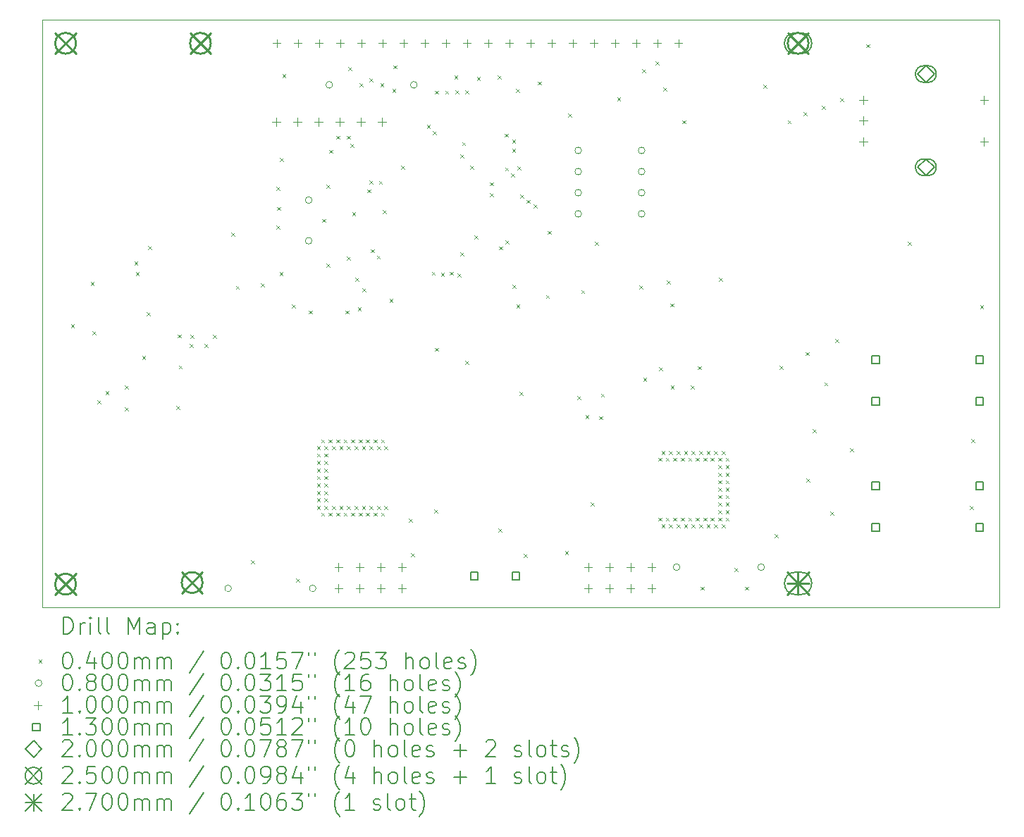
<source format=gbr>
%TF.GenerationSoftware,KiCad,Pcbnew,7.0.6*%
%TF.CreationDate,2023-08-14T20:41:48+02:00*%
%TF.ProjectId,forrasztos,666f7272-6173-47a7-946f-732e6b696361,rev?*%
%TF.SameCoordinates,Original*%
%TF.FileFunction,Drillmap*%
%TF.FilePolarity,Positive*%
%FSLAX45Y45*%
G04 Gerber Fmt 4.5, Leading zero omitted, Abs format (unit mm)*
G04 Created by KiCad (PCBNEW 7.0.6) date 2023-08-14 20:41:48*
%MOMM*%
%LPD*%
G01*
G04 APERTURE LIST*
%ADD10C,0.100000*%
%ADD11C,0.200000*%
%ADD12C,0.040000*%
%ADD13C,0.080000*%
%ADD14C,0.130000*%
%ADD15C,0.250000*%
%ADD16C,0.270000*%
G04 APERTURE END LIST*
D10*
X9320000Y-6270000D02*
X20820000Y-6270000D01*
X9320000Y-6270000D02*
X9320000Y-13330000D01*
X20820000Y-13330000D02*
X20820000Y-6270000D01*
X9320000Y-13330000D02*
X20820000Y-13330000D01*
D11*
D12*
X9664196Y-9928170D02*
X9704196Y-9968170D01*
X9704196Y-9928170D02*
X9664196Y-9968170D01*
X9900000Y-9415000D02*
X9940000Y-9455000D01*
X9940000Y-9415000D02*
X9900000Y-9455000D01*
X9922500Y-10010500D02*
X9962500Y-10050500D01*
X9962500Y-10010500D02*
X9922500Y-10050500D01*
X9980000Y-10838500D02*
X10020000Y-10878500D01*
X10020000Y-10838500D02*
X9980000Y-10878500D01*
X10080000Y-10730000D02*
X10120000Y-10770000D01*
X10120000Y-10730000D02*
X10080000Y-10770000D01*
X10310000Y-10925000D02*
X10350000Y-10965000D01*
X10350000Y-10925000D02*
X10310000Y-10965000D01*
X10312500Y-10660500D02*
X10352500Y-10700500D01*
X10352500Y-10660500D02*
X10312500Y-10700500D01*
X10425000Y-9175000D02*
X10465000Y-9215000D01*
X10465000Y-9175000D02*
X10425000Y-9215000D01*
X10442500Y-9300500D02*
X10482500Y-9340500D01*
X10482500Y-9300500D02*
X10442500Y-9340500D01*
X10520000Y-10305000D02*
X10560000Y-10345000D01*
X10560000Y-10305000D02*
X10520000Y-10345000D01*
X10572500Y-9780500D02*
X10612500Y-9820500D01*
X10612500Y-9780500D02*
X10572500Y-9820500D01*
X10590000Y-8985000D02*
X10630000Y-9025000D01*
X10630000Y-8985000D02*
X10590000Y-9025000D01*
X10930000Y-10910000D02*
X10970000Y-10950000D01*
X10970000Y-10910000D02*
X10930000Y-10950000D01*
X10948500Y-10048500D02*
X10988500Y-10088500D01*
X10988500Y-10048500D02*
X10948500Y-10088500D01*
X10958450Y-10420000D02*
X10998450Y-10460000D01*
X10998450Y-10420000D02*
X10958450Y-10460000D01*
X11090000Y-10160000D02*
X11130000Y-10200000D01*
X11130000Y-10160000D02*
X11090000Y-10200000D01*
X11097550Y-10050000D02*
X11137550Y-10090000D01*
X11137550Y-10050000D02*
X11097550Y-10090000D01*
X11270000Y-10160000D02*
X11310000Y-10200000D01*
X11310000Y-10160000D02*
X11270000Y-10200000D01*
X11370000Y-10050000D02*
X11410000Y-10090000D01*
X11410000Y-10050000D02*
X11370000Y-10090000D01*
X11590000Y-8825000D02*
X11630000Y-8865000D01*
X11630000Y-8825000D02*
X11590000Y-8865000D01*
X11645000Y-9465000D02*
X11685000Y-9505000D01*
X11685000Y-9465000D02*
X11645000Y-9505000D01*
X11830000Y-12760000D02*
X11870000Y-12800000D01*
X11870000Y-12760000D02*
X11830000Y-12800000D01*
X11945000Y-9435000D02*
X11985000Y-9475000D01*
X11985000Y-9435000D02*
X11945000Y-9475000D01*
X12130000Y-8740000D02*
X12170000Y-8780000D01*
X12170000Y-8740000D02*
X12130000Y-8780000D01*
X12135000Y-8275000D02*
X12175000Y-8315000D01*
X12175000Y-8275000D02*
X12135000Y-8315000D01*
X12140000Y-8515000D02*
X12180000Y-8555000D01*
X12180000Y-8515000D02*
X12140000Y-8555000D01*
X12170000Y-9300000D02*
X12210000Y-9340000D01*
X12210000Y-9300000D02*
X12170000Y-9340000D01*
X12175000Y-7925000D02*
X12215000Y-7965000D01*
X12215000Y-7925000D02*
X12175000Y-7965000D01*
X12205000Y-6920000D02*
X12245000Y-6960000D01*
X12245000Y-6920000D02*
X12205000Y-6960000D01*
X12320000Y-9690000D02*
X12360000Y-9730000D01*
X12360000Y-9690000D02*
X12320000Y-9730000D01*
X12370000Y-12980000D02*
X12410000Y-13020000D01*
X12410000Y-12980000D02*
X12370000Y-13020000D01*
X12520000Y-9760000D02*
X12560000Y-9800000D01*
X12560000Y-9760000D02*
X12520000Y-9800000D01*
X12620000Y-11390000D02*
X12660000Y-11430000D01*
X12660000Y-11390000D02*
X12620000Y-11430000D01*
X12620000Y-11480000D02*
X12660000Y-11520000D01*
X12660000Y-11480000D02*
X12620000Y-11520000D01*
X12620000Y-11570000D02*
X12660000Y-11610000D01*
X12660000Y-11570000D02*
X12620000Y-11610000D01*
X12620000Y-11660000D02*
X12660000Y-11700000D01*
X12660000Y-11660000D02*
X12620000Y-11700000D01*
X12620000Y-11750000D02*
X12660000Y-11790000D01*
X12660000Y-11750000D02*
X12620000Y-11790000D01*
X12620000Y-11840000D02*
X12660000Y-11880000D01*
X12660000Y-11840000D02*
X12620000Y-11880000D01*
X12620000Y-11930000D02*
X12660000Y-11970000D01*
X12660000Y-11930000D02*
X12620000Y-11970000D01*
X12620000Y-12020000D02*
X12660000Y-12060000D01*
X12660000Y-12020000D02*
X12620000Y-12060000D01*
X12620000Y-12110000D02*
X12660000Y-12150000D01*
X12660000Y-12110000D02*
X12620000Y-12150000D01*
X12670000Y-11310000D02*
X12710000Y-11350000D01*
X12710000Y-11310000D02*
X12670000Y-11350000D01*
X12670000Y-12190000D02*
X12710000Y-12230000D01*
X12710000Y-12190000D02*
X12670000Y-12230000D01*
X12680000Y-8660000D02*
X12720000Y-8700000D01*
X12720000Y-8660000D02*
X12680000Y-8700000D01*
X12710000Y-11390000D02*
X12750000Y-11430000D01*
X12750000Y-11390000D02*
X12710000Y-11430000D01*
X12710000Y-11480000D02*
X12750000Y-11520000D01*
X12750000Y-11480000D02*
X12710000Y-11520000D01*
X12710000Y-11570000D02*
X12750000Y-11610000D01*
X12750000Y-11570000D02*
X12710000Y-11610000D01*
X12710000Y-11660000D02*
X12750000Y-11700000D01*
X12750000Y-11660000D02*
X12710000Y-11700000D01*
X12710000Y-11750000D02*
X12750000Y-11790000D01*
X12750000Y-11750000D02*
X12710000Y-11790000D01*
X12710000Y-11840000D02*
X12750000Y-11880000D01*
X12750000Y-11840000D02*
X12710000Y-11880000D01*
X12710000Y-11930000D02*
X12750000Y-11970000D01*
X12750000Y-11930000D02*
X12710000Y-11970000D01*
X12710000Y-12020000D02*
X12750000Y-12060000D01*
X12750000Y-12020000D02*
X12710000Y-12060000D01*
X12710000Y-12110000D02*
X12750000Y-12150000D01*
X12750000Y-12110000D02*
X12710000Y-12150000D01*
X12733750Y-9196250D02*
X12773750Y-9236250D01*
X12773750Y-9196250D02*
X12733750Y-9236250D01*
X12735000Y-8250000D02*
X12775000Y-8290000D01*
X12775000Y-8250000D02*
X12735000Y-8290000D01*
X12760000Y-11310000D02*
X12800000Y-11350000D01*
X12800000Y-11310000D02*
X12760000Y-11350000D01*
X12760000Y-12190000D02*
X12800000Y-12230000D01*
X12800000Y-12190000D02*
X12760000Y-12230000D01*
X12770000Y-7831400D02*
X12810000Y-7871400D01*
X12810000Y-7831400D02*
X12770000Y-7871400D01*
X12800000Y-11390000D02*
X12840000Y-11430000D01*
X12840000Y-11390000D02*
X12800000Y-11430000D01*
X12800000Y-12110000D02*
X12840000Y-12150000D01*
X12840000Y-12110000D02*
X12800000Y-12150000D01*
X12849158Y-7661500D02*
X12889158Y-7701500D01*
X12889158Y-7661500D02*
X12849158Y-7701500D01*
X12850000Y-11310000D02*
X12890000Y-11350000D01*
X12890000Y-11310000D02*
X12850000Y-11350000D01*
X12850000Y-12190000D02*
X12890000Y-12230000D01*
X12890000Y-12190000D02*
X12850000Y-12230000D01*
X12890000Y-11390000D02*
X12930000Y-11430000D01*
X12930000Y-11390000D02*
X12890000Y-11430000D01*
X12890000Y-12110000D02*
X12930000Y-12150000D01*
X12930000Y-12110000D02*
X12890000Y-12150000D01*
X12940000Y-12190000D02*
X12980000Y-12230000D01*
X12980000Y-12190000D02*
X12940000Y-12230000D01*
X12940000Y-11310000D02*
X12980000Y-11350000D01*
X12980000Y-11310000D02*
X12940000Y-11350000D01*
X12960000Y-9760000D02*
X13000000Y-9800000D01*
X13000000Y-9760000D02*
X12960000Y-9800000D01*
X12980000Y-11390000D02*
X13020000Y-11430000D01*
X13020000Y-11390000D02*
X12980000Y-11430000D01*
X12980000Y-7660000D02*
X13020000Y-7700000D01*
X13020000Y-7660000D02*
X12980000Y-7700000D01*
X12980000Y-9115000D02*
X13020000Y-9155000D01*
X13020000Y-9115000D02*
X12980000Y-9155000D01*
X12980000Y-12110000D02*
X13020000Y-12150000D01*
X13020000Y-12110000D02*
X12980000Y-12150000D01*
X12995000Y-6835000D02*
X13035000Y-6875000D01*
X13035000Y-6835000D02*
X12995000Y-6875000D01*
X13020000Y-7760000D02*
X13060000Y-7800000D01*
X13060000Y-7760000D02*
X13020000Y-7800000D01*
X13030000Y-11310000D02*
X13070000Y-11350000D01*
X13070000Y-11310000D02*
X13030000Y-11350000D01*
X13030000Y-12190000D02*
X13070000Y-12230000D01*
X13070000Y-12190000D02*
X13030000Y-12230000D01*
X13041468Y-8580000D02*
X13081468Y-8620000D01*
X13081468Y-8580000D02*
X13041468Y-8620000D01*
X13070000Y-12110000D02*
X13110000Y-12150000D01*
X13110000Y-12110000D02*
X13070000Y-12150000D01*
X13070000Y-11390000D02*
X13110000Y-11430000D01*
X13110000Y-11390000D02*
X13070000Y-11430000D01*
X13080000Y-9370000D02*
X13120000Y-9410000D01*
X13120000Y-9370000D02*
X13080000Y-9410000D01*
X13110000Y-9720000D02*
X13150000Y-9760000D01*
X13150000Y-9720000D02*
X13110000Y-9760000D01*
X13120000Y-11310000D02*
X13160000Y-11350000D01*
X13160000Y-11310000D02*
X13120000Y-11350000D01*
X13120000Y-12190000D02*
X13160000Y-12230000D01*
X13160000Y-12190000D02*
X13120000Y-12230000D01*
X13130000Y-7030000D02*
X13170000Y-7070000D01*
X13170000Y-7030000D02*
X13130000Y-7070000D01*
X13160000Y-11390000D02*
X13200000Y-11430000D01*
X13200000Y-11390000D02*
X13160000Y-11430000D01*
X13160000Y-12110000D02*
X13200000Y-12150000D01*
X13200000Y-12110000D02*
X13160000Y-12150000D01*
X13165000Y-9495000D02*
X13205000Y-9535000D01*
X13205000Y-9495000D02*
X13165000Y-9535000D01*
X13210000Y-11310000D02*
X13250000Y-11350000D01*
X13250000Y-11310000D02*
X13210000Y-11350000D01*
X13210000Y-12190000D02*
X13250000Y-12230000D01*
X13250000Y-12190000D02*
X13210000Y-12230000D01*
X13224950Y-8303800D02*
X13264950Y-8343800D01*
X13264950Y-8303800D02*
X13224950Y-8343800D01*
X13249840Y-8200611D02*
X13289840Y-8240611D01*
X13289840Y-8200611D02*
X13249840Y-8240611D01*
X13250000Y-6970000D02*
X13290000Y-7010000D01*
X13290000Y-6970000D02*
X13250000Y-7010000D01*
X13250000Y-11390000D02*
X13290000Y-11430000D01*
X13290000Y-11390000D02*
X13250000Y-11430000D01*
X13250000Y-12110000D02*
X13290000Y-12150000D01*
X13290000Y-12110000D02*
X13250000Y-12150000D01*
X13263897Y-9024626D02*
X13303897Y-9064626D01*
X13303897Y-9024626D02*
X13263897Y-9064626D01*
X13300000Y-11310000D02*
X13340000Y-11350000D01*
X13340000Y-11310000D02*
X13300000Y-11350000D01*
X13300000Y-12190000D02*
X13340000Y-12230000D01*
X13340000Y-12190000D02*
X13300000Y-12230000D01*
X13339635Y-9100365D02*
X13379635Y-9140365D01*
X13379635Y-9100365D02*
X13339635Y-9140365D01*
X13340000Y-11390000D02*
X13380000Y-11430000D01*
X13380000Y-11390000D02*
X13340000Y-11430000D01*
X13340000Y-12110000D02*
X13380000Y-12150000D01*
X13380000Y-12110000D02*
X13340000Y-12150000D01*
X13363336Y-8203400D02*
X13403336Y-8243400D01*
X13403336Y-8203400D02*
X13363336Y-8243400D01*
X13380000Y-7030000D02*
X13420000Y-7070000D01*
X13420000Y-7030000D02*
X13380000Y-7070000D01*
X13390000Y-11310000D02*
X13430000Y-11350000D01*
X13430000Y-11310000D02*
X13390000Y-11350000D01*
X13390000Y-12190000D02*
X13430000Y-12230000D01*
X13430000Y-12190000D02*
X13390000Y-12230000D01*
X13410000Y-8553700D02*
X13450000Y-8593700D01*
X13450000Y-8553700D02*
X13410000Y-8593700D01*
X13430000Y-11390000D02*
X13470000Y-11430000D01*
X13470000Y-11390000D02*
X13430000Y-11430000D01*
X13430000Y-12110000D02*
X13470000Y-12150000D01*
X13470000Y-12110000D02*
X13430000Y-12150000D01*
X13490000Y-9620000D02*
X13530000Y-9660000D01*
X13530000Y-9620000D02*
X13490000Y-9660000D01*
X13525000Y-7095000D02*
X13565000Y-7135000D01*
X13565000Y-7095000D02*
X13525000Y-7135000D01*
X13540000Y-6815000D02*
X13580000Y-6855000D01*
X13580000Y-6815000D02*
X13540000Y-6855000D01*
X13632100Y-8021950D02*
X13672100Y-8061950D01*
X13672100Y-8021950D02*
X13632100Y-8061950D01*
X13725000Y-12265000D02*
X13765000Y-12305000D01*
X13765000Y-12265000D02*
X13725000Y-12305000D01*
X13750000Y-12675000D02*
X13790000Y-12715000D01*
X13790000Y-12675000D02*
X13750000Y-12715000D01*
X13939250Y-7530000D02*
X13979250Y-7570000D01*
X13979250Y-7530000D02*
X13939250Y-7570000D01*
X14000000Y-9295050D02*
X14040000Y-9335050D01*
X14040000Y-9295050D02*
X14000000Y-9335050D01*
X14014300Y-7607300D02*
X14054300Y-7647300D01*
X14054300Y-7607300D02*
X14014300Y-7647300D01*
X14030000Y-12150000D02*
X14070000Y-12190000D01*
X14070000Y-12150000D02*
X14030000Y-12190000D01*
X14040000Y-7120000D02*
X14080000Y-7160000D01*
X14080000Y-7120000D02*
X14040000Y-7160000D01*
X14040000Y-10210000D02*
X14080000Y-10250000D01*
X14080000Y-10210000D02*
X14040000Y-10250000D01*
X14110000Y-9310000D02*
X14150000Y-9350000D01*
X14150000Y-9310000D02*
X14110000Y-9350000D01*
X14160000Y-7120000D02*
X14200000Y-7160000D01*
X14200000Y-7120000D02*
X14160000Y-7160000D01*
X14212002Y-9294950D02*
X14252002Y-9334950D01*
X14252002Y-9294950D02*
X14212002Y-9334950D01*
X14270000Y-6940000D02*
X14310000Y-6980000D01*
X14310000Y-6940000D02*
X14270000Y-6980000D01*
X14280000Y-7114950D02*
X14320000Y-7154950D01*
X14320000Y-7114950D02*
X14280000Y-7154950D01*
X14310365Y-9314950D02*
X14350365Y-9354950D01*
X14350365Y-9314950D02*
X14310365Y-9354950D01*
X14340000Y-9060000D02*
X14380000Y-9100000D01*
X14380000Y-9060000D02*
X14340000Y-9100000D01*
X14344473Y-7886723D02*
X14384473Y-7926723D01*
X14384473Y-7886723D02*
X14344473Y-7926723D01*
X14364150Y-7736773D02*
X14404150Y-7776773D01*
X14404150Y-7736773D02*
X14364150Y-7776773D01*
X14400000Y-7114950D02*
X14440000Y-7154950D01*
X14440000Y-7114950D02*
X14400000Y-7154950D01*
X14400000Y-10365000D02*
X14440000Y-10405000D01*
X14440000Y-10365000D02*
X14400000Y-10405000D01*
X14460000Y-8021950D02*
X14500000Y-8061950D01*
X14500000Y-8021950D02*
X14460000Y-8061950D01*
X14510000Y-8860000D02*
X14550000Y-8900000D01*
X14550000Y-8860000D02*
X14510000Y-8900000D01*
X14540000Y-6955000D02*
X14580000Y-6995000D01*
X14580000Y-6955000D02*
X14540000Y-6995000D01*
X14694950Y-8353800D02*
X14734950Y-8393800D01*
X14734950Y-8353800D02*
X14694950Y-8393800D01*
X14700000Y-8220000D02*
X14740000Y-8260000D01*
X14740000Y-8220000D02*
X14700000Y-8260000D01*
X14790000Y-6940000D02*
X14830000Y-6980000D01*
X14830000Y-6940000D02*
X14790000Y-6980000D01*
X14800000Y-12380000D02*
X14840000Y-12420000D01*
X14840000Y-12380000D02*
X14800000Y-12420000D01*
X14810000Y-8990000D02*
X14850000Y-9030000D01*
X14850000Y-8990000D02*
X14810000Y-9030000D01*
X14875000Y-7634950D02*
X14915000Y-7674950D01*
X14915000Y-7634950D02*
X14875000Y-7674950D01*
X14878708Y-8041292D02*
X14918708Y-8081292D01*
X14918708Y-8041292D02*
X14878708Y-8081292D01*
X14885765Y-8920000D02*
X14925765Y-8960000D01*
X14925765Y-8920000D02*
X14885765Y-8960000D01*
X14953708Y-8112002D02*
X14993708Y-8152002D01*
X14993708Y-8112002D02*
X14953708Y-8152002D01*
X14963658Y-7710000D02*
X15003658Y-7750000D01*
X15003658Y-7710000D02*
X14963658Y-7750000D01*
X14963658Y-7820000D02*
X15003658Y-7860000D01*
X15003658Y-7820000D02*
X14963658Y-7860000D01*
X14970000Y-9450000D02*
X15010000Y-9490000D01*
X15010000Y-9450000D02*
X14970000Y-9490000D01*
X15010000Y-7100000D02*
X15050000Y-7140000D01*
X15050000Y-7100000D02*
X15010000Y-7140000D01*
X15015000Y-9690000D02*
X15055000Y-9730000D01*
X15055000Y-9690000D02*
X15015000Y-9730000D01*
X15028708Y-8030000D02*
X15068708Y-8070000D01*
X15068708Y-8030000D02*
X15028708Y-8070000D01*
X15055000Y-10740000D02*
X15095000Y-10780000D01*
X15095000Y-10740000D02*
X15055000Y-10780000D01*
X15064280Y-8365834D02*
X15104280Y-8405834D01*
X15104280Y-8365834D02*
X15064280Y-8405834D01*
X15105000Y-12685000D02*
X15145000Y-12725000D01*
X15145000Y-12685000D02*
X15105000Y-12725000D01*
X15140542Y-8430441D02*
X15180542Y-8470441D01*
X15180542Y-8430441D02*
X15140542Y-8470441D01*
X15222688Y-8488361D02*
X15262688Y-8528361D01*
X15262688Y-8488361D02*
X15222688Y-8528361D01*
X15275000Y-7010000D02*
X15315000Y-7050000D01*
X15315000Y-7010000D02*
X15275000Y-7050000D01*
X15370000Y-9575000D02*
X15410000Y-9615000D01*
X15410000Y-9575000D02*
X15370000Y-9615000D01*
X15390000Y-8805000D02*
X15430000Y-8845000D01*
X15430000Y-8805000D02*
X15390000Y-8845000D01*
X15600000Y-12650000D02*
X15640000Y-12690000D01*
X15640000Y-12650000D02*
X15600000Y-12690000D01*
X15635000Y-7395000D02*
X15675000Y-7435000D01*
X15675000Y-7395000D02*
X15635000Y-7435000D01*
X15750000Y-10790000D02*
X15790000Y-10830000D01*
X15790000Y-10790000D02*
X15750000Y-10830000D01*
X15795000Y-9515000D02*
X15835000Y-9555000D01*
X15835000Y-9515000D02*
X15795000Y-9555000D01*
X15845000Y-11020000D02*
X15885000Y-11060000D01*
X15885000Y-11020000D02*
X15845000Y-11060000D01*
X15910000Y-12065000D02*
X15950000Y-12105000D01*
X15950000Y-12065000D02*
X15910000Y-12105000D01*
X15960000Y-8935000D02*
X16000000Y-8975000D01*
X16000000Y-8935000D02*
X15960000Y-8975000D01*
X16010000Y-11030000D02*
X16050000Y-11070000D01*
X16050000Y-11030000D02*
X16010000Y-11070000D01*
X16030000Y-10760000D02*
X16070000Y-10800000D01*
X16070000Y-10760000D02*
X16030000Y-10800000D01*
X16225000Y-7200000D02*
X16265000Y-7240000D01*
X16265000Y-7200000D02*
X16225000Y-7240000D01*
X16495000Y-9460000D02*
X16535000Y-9500000D01*
X16535000Y-9460000D02*
X16495000Y-9500000D01*
X16525000Y-6860000D02*
X16565000Y-6900000D01*
X16565000Y-6860000D02*
X16525000Y-6900000D01*
X16540000Y-10570000D02*
X16580000Y-10610000D01*
X16580000Y-10570000D02*
X16540000Y-10610000D01*
X16690000Y-6770000D02*
X16730000Y-6810000D01*
X16730000Y-6770000D02*
X16690000Y-6810000D01*
X16720000Y-11530000D02*
X16760000Y-11570000D01*
X16760000Y-11530000D02*
X16720000Y-11570000D01*
X16720000Y-12250000D02*
X16760000Y-12290000D01*
X16760000Y-12250000D02*
X16720000Y-12290000D01*
X16730000Y-10440000D02*
X16770000Y-10480000D01*
X16770000Y-10440000D02*
X16730000Y-10480000D01*
X16760000Y-11450000D02*
X16800000Y-11490000D01*
X16800000Y-11450000D02*
X16760000Y-11490000D01*
X16760000Y-12330000D02*
X16800000Y-12370000D01*
X16800000Y-12330000D02*
X16760000Y-12370000D01*
X16780000Y-7080000D02*
X16820000Y-7120000D01*
X16820000Y-7080000D02*
X16780000Y-7120000D01*
X16810000Y-11530000D02*
X16850000Y-11570000D01*
X16850000Y-11530000D02*
X16810000Y-11570000D01*
X16810000Y-12250000D02*
X16850000Y-12290000D01*
X16850000Y-12250000D02*
X16810000Y-12290000D01*
X16820000Y-9400000D02*
X16860000Y-9440000D01*
X16860000Y-9400000D02*
X16820000Y-9440000D01*
X16850000Y-11450000D02*
X16890000Y-11490000D01*
X16890000Y-11450000D02*
X16850000Y-11490000D01*
X16850000Y-12330000D02*
X16890000Y-12370000D01*
X16890000Y-12330000D02*
X16850000Y-12370000D01*
X16865000Y-9675000D02*
X16905000Y-9715000D01*
X16905000Y-9675000D02*
X16865000Y-9715000D01*
X16870000Y-10660000D02*
X16910000Y-10700000D01*
X16910000Y-10660000D02*
X16870000Y-10700000D01*
X16900000Y-11530000D02*
X16940000Y-11570000D01*
X16940000Y-11530000D02*
X16900000Y-11570000D01*
X16900000Y-12250000D02*
X16940000Y-12290000D01*
X16940000Y-12250000D02*
X16900000Y-12290000D01*
X16940000Y-11450000D02*
X16980000Y-11490000D01*
X16980000Y-11450000D02*
X16940000Y-11490000D01*
X16940000Y-12330000D02*
X16980000Y-12370000D01*
X16980000Y-12330000D02*
X16940000Y-12370000D01*
X16990000Y-11530000D02*
X17030000Y-11570000D01*
X17030000Y-11530000D02*
X16990000Y-11570000D01*
X16990000Y-12250000D02*
X17030000Y-12290000D01*
X17030000Y-12250000D02*
X16990000Y-12290000D01*
X17010000Y-7475000D02*
X17050000Y-7515000D01*
X17050000Y-7475000D02*
X17010000Y-7515000D01*
X17030000Y-11450000D02*
X17070000Y-11490000D01*
X17070000Y-11450000D02*
X17030000Y-11490000D01*
X17030000Y-12330000D02*
X17070000Y-12370000D01*
X17070000Y-12330000D02*
X17030000Y-12370000D01*
X17080000Y-11530000D02*
X17120000Y-11570000D01*
X17120000Y-11530000D02*
X17080000Y-11570000D01*
X17080000Y-12250000D02*
X17120000Y-12290000D01*
X17120000Y-12250000D02*
X17080000Y-12290000D01*
X17110000Y-10660000D02*
X17150000Y-10700000D01*
X17150000Y-10660000D02*
X17110000Y-10700000D01*
X17120000Y-12330000D02*
X17160000Y-12370000D01*
X17160000Y-12330000D02*
X17120000Y-12370000D01*
X17120000Y-11450000D02*
X17160000Y-11490000D01*
X17160000Y-11450000D02*
X17120000Y-11490000D01*
X17170000Y-12250000D02*
X17210000Y-12290000D01*
X17210000Y-12250000D02*
X17170000Y-12290000D01*
X17170000Y-11530000D02*
X17210000Y-11570000D01*
X17210000Y-11530000D02*
X17170000Y-11570000D01*
X17195000Y-10430000D02*
X17235000Y-10470000D01*
X17235000Y-10430000D02*
X17195000Y-10470000D01*
X17210000Y-11450000D02*
X17250000Y-11490000D01*
X17250000Y-11450000D02*
X17210000Y-11490000D01*
X17210000Y-12330000D02*
X17250000Y-12370000D01*
X17250000Y-12330000D02*
X17210000Y-12370000D01*
X17230000Y-13080000D02*
X17270000Y-13120000D01*
X17270000Y-13080000D02*
X17230000Y-13120000D01*
X17260000Y-11530000D02*
X17300000Y-11570000D01*
X17300000Y-11530000D02*
X17260000Y-11570000D01*
X17260000Y-12250000D02*
X17300000Y-12290000D01*
X17300000Y-12250000D02*
X17260000Y-12290000D01*
X17300000Y-11450000D02*
X17340000Y-11490000D01*
X17340000Y-11450000D02*
X17300000Y-11490000D01*
X17300000Y-12330000D02*
X17340000Y-12370000D01*
X17340000Y-12330000D02*
X17300000Y-12370000D01*
X17350000Y-11530000D02*
X17390000Y-11570000D01*
X17390000Y-11530000D02*
X17350000Y-11570000D01*
X17350000Y-12250000D02*
X17390000Y-12290000D01*
X17390000Y-12250000D02*
X17350000Y-12290000D01*
X17390000Y-11450000D02*
X17430000Y-11490000D01*
X17430000Y-11450000D02*
X17390000Y-11490000D01*
X17390000Y-12330000D02*
X17430000Y-12370000D01*
X17430000Y-12330000D02*
X17390000Y-12370000D01*
X17440000Y-11530000D02*
X17480000Y-11570000D01*
X17480000Y-11530000D02*
X17440000Y-11570000D01*
X17440000Y-11620000D02*
X17480000Y-11660000D01*
X17480000Y-11620000D02*
X17440000Y-11660000D01*
X17440000Y-11710000D02*
X17480000Y-11750000D01*
X17480000Y-11710000D02*
X17440000Y-11750000D01*
X17440000Y-11800000D02*
X17480000Y-11840000D01*
X17480000Y-11800000D02*
X17440000Y-11840000D01*
X17440000Y-11890000D02*
X17480000Y-11930000D01*
X17480000Y-11890000D02*
X17440000Y-11930000D01*
X17440000Y-11980000D02*
X17480000Y-12020000D01*
X17480000Y-11980000D02*
X17440000Y-12020000D01*
X17440000Y-12070000D02*
X17480000Y-12110000D01*
X17480000Y-12070000D02*
X17440000Y-12110000D01*
X17440000Y-12160000D02*
X17480000Y-12200000D01*
X17480000Y-12160000D02*
X17440000Y-12200000D01*
X17440000Y-12250000D02*
X17480000Y-12290000D01*
X17480000Y-12250000D02*
X17440000Y-12290000D01*
X17450000Y-9370000D02*
X17490000Y-9410000D01*
X17490000Y-9370000D02*
X17450000Y-9410000D01*
X17480000Y-11450000D02*
X17520000Y-11490000D01*
X17520000Y-11450000D02*
X17480000Y-11490000D01*
X17480000Y-12330000D02*
X17520000Y-12370000D01*
X17520000Y-12330000D02*
X17480000Y-12370000D01*
X17530000Y-11530000D02*
X17570000Y-11570000D01*
X17570000Y-11530000D02*
X17530000Y-11570000D01*
X17530000Y-11620000D02*
X17570000Y-11660000D01*
X17570000Y-11620000D02*
X17530000Y-11660000D01*
X17530000Y-11710000D02*
X17570000Y-11750000D01*
X17570000Y-11710000D02*
X17530000Y-11750000D01*
X17530000Y-11800000D02*
X17570000Y-11840000D01*
X17570000Y-11800000D02*
X17530000Y-11840000D01*
X17530000Y-11890000D02*
X17570000Y-11930000D01*
X17570000Y-11890000D02*
X17530000Y-11930000D01*
X17530000Y-11980000D02*
X17570000Y-12020000D01*
X17570000Y-11980000D02*
X17530000Y-12020000D01*
X17530000Y-12070000D02*
X17570000Y-12110000D01*
X17570000Y-12070000D02*
X17530000Y-12110000D01*
X17530000Y-12160000D02*
X17570000Y-12200000D01*
X17570000Y-12160000D02*
X17530000Y-12200000D01*
X17530000Y-12250000D02*
X17570000Y-12290000D01*
X17570000Y-12250000D02*
X17530000Y-12290000D01*
X17635000Y-12855000D02*
X17675000Y-12895000D01*
X17675000Y-12855000D02*
X17635000Y-12895000D01*
X17760000Y-13080000D02*
X17800000Y-13120000D01*
X17800000Y-13080000D02*
X17760000Y-13120000D01*
X17985000Y-7045000D02*
X18025000Y-7085000D01*
X18025000Y-7045000D02*
X17985000Y-7085000D01*
X18120000Y-12450000D02*
X18160000Y-12490000D01*
X18160000Y-12450000D02*
X18120000Y-12490000D01*
X18175000Y-10425000D02*
X18215000Y-10465000D01*
X18215000Y-10425000D02*
X18175000Y-10465000D01*
X18275000Y-7475000D02*
X18315000Y-7515000D01*
X18315000Y-7475000D02*
X18275000Y-7515000D01*
X18465000Y-7380000D02*
X18505000Y-7420000D01*
X18505000Y-7380000D02*
X18465000Y-7420000D01*
X18490000Y-10260000D02*
X18530000Y-10300000D01*
X18530000Y-10260000D02*
X18490000Y-10300000D01*
X18500000Y-11780000D02*
X18540000Y-11820000D01*
X18540000Y-11780000D02*
X18500000Y-11820000D01*
X18575000Y-11185000D02*
X18615000Y-11225000D01*
X18615000Y-11185000D02*
X18575000Y-11225000D01*
X18685000Y-7300000D02*
X18725000Y-7340000D01*
X18725000Y-7300000D02*
X18685000Y-7340000D01*
X18715000Y-10625000D02*
X18755000Y-10665000D01*
X18755000Y-10625000D02*
X18715000Y-10665000D01*
X18785000Y-12180000D02*
X18825000Y-12220000D01*
X18825000Y-12180000D02*
X18785000Y-12220000D01*
X18845000Y-10105000D02*
X18885000Y-10145000D01*
X18885000Y-10105000D02*
X18845000Y-10145000D01*
X18905000Y-7210000D02*
X18945000Y-7250000D01*
X18945000Y-7210000D02*
X18905000Y-7250000D01*
X19024000Y-11416000D02*
X19064000Y-11456000D01*
X19064000Y-11416000D02*
X19024000Y-11456000D01*
X19219423Y-6559353D02*
X19259423Y-6599353D01*
X19259423Y-6559353D02*
X19219423Y-6599353D01*
X19720000Y-8935000D02*
X19760000Y-8975000D01*
X19760000Y-8935000D02*
X19720000Y-8975000D01*
X20465000Y-12110000D02*
X20505000Y-12150000D01*
X20505000Y-12110000D02*
X20465000Y-12150000D01*
X20480000Y-11305000D02*
X20520000Y-11345000D01*
X20520000Y-11305000D02*
X20480000Y-11345000D01*
X20585000Y-9695000D02*
X20625000Y-9735000D01*
X20625000Y-9695000D02*
X20585000Y-9735000D01*
D13*
X11592000Y-13100000D02*
G75*
G03*
X11592000Y-13100000I-40000J0D01*
G01*
X12560000Y-8435000D02*
G75*
G03*
X12560000Y-8435000I-40000J0D01*
G01*
X12560000Y-8923000D02*
G75*
G03*
X12560000Y-8923000I-40000J0D01*
G01*
X12608000Y-13100000D02*
G75*
G03*
X12608000Y-13100000I-40000J0D01*
G01*
X12807000Y-7050000D02*
G75*
G03*
X12807000Y-7050000I-40000J0D01*
G01*
X13823000Y-7050000D02*
G75*
G03*
X13823000Y-7050000I-40000J0D01*
G01*
X15798000Y-7838000D02*
G75*
G03*
X15798000Y-7838000I-40000J0D01*
G01*
X15798000Y-8092000D02*
G75*
G03*
X15798000Y-8092000I-40000J0D01*
G01*
X15798000Y-8346000D02*
G75*
G03*
X15798000Y-8346000I-40000J0D01*
G01*
X15798000Y-8600000D02*
G75*
G03*
X15798000Y-8600000I-40000J0D01*
G01*
X16560000Y-7838000D02*
G75*
G03*
X16560000Y-7838000I-40000J0D01*
G01*
X16560000Y-8092000D02*
G75*
G03*
X16560000Y-8092000I-40000J0D01*
G01*
X16560000Y-8346000D02*
G75*
G03*
X16560000Y-8346000I-40000J0D01*
G01*
X16560000Y-8600000D02*
G75*
G03*
X16560000Y-8600000I-40000J0D01*
G01*
X16980000Y-12846000D02*
G75*
G03*
X16980000Y-12846000I-40000J0D01*
G01*
X17996000Y-12846000D02*
G75*
G03*
X17996000Y-12846000I-40000J0D01*
G01*
D10*
X12128100Y-7445850D02*
X12128100Y-7545850D01*
X12078100Y-7495850D02*
X12178100Y-7495850D01*
X12135500Y-6500000D02*
X12135500Y-6600000D01*
X12085500Y-6550000D02*
X12185500Y-6550000D01*
X12382100Y-7445850D02*
X12382100Y-7545850D01*
X12332100Y-7495850D02*
X12432100Y-7495850D01*
X12389500Y-6500000D02*
X12389500Y-6600000D01*
X12339500Y-6550000D02*
X12439500Y-6550000D01*
X12636100Y-7445850D02*
X12636100Y-7545850D01*
X12586100Y-7495850D02*
X12686100Y-7495850D01*
X12643500Y-6500000D02*
X12643500Y-6600000D01*
X12593500Y-6550000D02*
X12693500Y-6550000D01*
X12880000Y-12797000D02*
X12880000Y-12897000D01*
X12830000Y-12847000D02*
X12930000Y-12847000D01*
X12880000Y-13051000D02*
X12880000Y-13151000D01*
X12830000Y-13101000D02*
X12930000Y-13101000D01*
X12890100Y-7445850D02*
X12890100Y-7545850D01*
X12840100Y-7495850D02*
X12940100Y-7495850D01*
X12897500Y-6500000D02*
X12897500Y-6600000D01*
X12847500Y-6550000D02*
X12947500Y-6550000D01*
X13134000Y-12797000D02*
X13134000Y-12897000D01*
X13084000Y-12847000D02*
X13184000Y-12847000D01*
X13134000Y-13051000D02*
X13134000Y-13151000D01*
X13084000Y-13101000D02*
X13184000Y-13101000D01*
X13144100Y-7445850D02*
X13144100Y-7545850D01*
X13094100Y-7495850D02*
X13194100Y-7495850D01*
X13151500Y-6500000D02*
X13151500Y-6600000D01*
X13101500Y-6550000D02*
X13201500Y-6550000D01*
X13388000Y-12797000D02*
X13388000Y-12897000D01*
X13338000Y-12847000D02*
X13438000Y-12847000D01*
X13388000Y-13051000D02*
X13388000Y-13151000D01*
X13338000Y-13101000D02*
X13438000Y-13101000D01*
X13398100Y-7445850D02*
X13398100Y-7545850D01*
X13348100Y-7495850D02*
X13448100Y-7495850D01*
X13405500Y-6500000D02*
X13405500Y-6600000D01*
X13355500Y-6550000D02*
X13455500Y-6550000D01*
X13642000Y-12797000D02*
X13642000Y-12897000D01*
X13592000Y-12847000D02*
X13692000Y-12847000D01*
X13642000Y-13051000D02*
X13642000Y-13151000D01*
X13592000Y-13101000D02*
X13692000Y-13101000D01*
X13659500Y-6500000D02*
X13659500Y-6600000D01*
X13609500Y-6550000D02*
X13709500Y-6550000D01*
X13913500Y-6500000D02*
X13913500Y-6600000D01*
X13863500Y-6550000D02*
X13963500Y-6550000D01*
X14167500Y-6500000D02*
X14167500Y-6600000D01*
X14117500Y-6550000D02*
X14217500Y-6550000D01*
X14421500Y-6500000D02*
X14421500Y-6600000D01*
X14371500Y-6550000D02*
X14471500Y-6550000D01*
X14675500Y-6500000D02*
X14675500Y-6600000D01*
X14625500Y-6550000D02*
X14725500Y-6550000D01*
X14929500Y-6500000D02*
X14929500Y-6600000D01*
X14879500Y-6550000D02*
X14979500Y-6550000D01*
X15183500Y-6500000D02*
X15183500Y-6600000D01*
X15133500Y-6550000D02*
X15233500Y-6550000D01*
X15437500Y-6500000D02*
X15437500Y-6600000D01*
X15387500Y-6550000D02*
X15487500Y-6550000D01*
X15691500Y-6500000D02*
X15691500Y-6600000D01*
X15641500Y-6550000D02*
X15741500Y-6550000D01*
X15878000Y-12796000D02*
X15878000Y-12896000D01*
X15828000Y-12846000D02*
X15928000Y-12846000D01*
X15878000Y-13050000D02*
X15878000Y-13150000D01*
X15828000Y-13100000D02*
X15928000Y-13100000D01*
X15945500Y-6500000D02*
X15945500Y-6600000D01*
X15895500Y-6550000D02*
X15995500Y-6550000D01*
X16132000Y-12796000D02*
X16132000Y-12896000D01*
X16082000Y-12846000D02*
X16182000Y-12846000D01*
X16132000Y-13050000D02*
X16132000Y-13150000D01*
X16082000Y-13100000D02*
X16182000Y-13100000D01*
X16199500Y-6500000D02*
X16199500Y-6600000D01*
X16149500Y-6550000D02*
X16249500Y-6550000D01*
X16386000Y-12796000D02*
X16386000Y-12896000D01*
X16336000Y-12846000D02*
X16436000Y-12846000D01*
X16386000Y-13050000D02*
X16386000Y-13150000D01*
X16336000Y-13100000D02*
X16436000Y-13100000D01*
X16453500Y-6500000D02*
X16453500Y-6600000D01*
X16403500Y-6550000D02*
X16503500Y-6550000D01*
X16640000Y-12796000D02*
X16640000Y-12896000D01*
X16590000Y-12846000D02*
X16690000Y-12846000D01*
X16640000Y-13050000D02*
X16640000Y-13150000D01*
X16590000Y-13100000D02*
X16690000Y-13100000D01*
X16707500Y-6500000D02*
X16707500Y-6600000D01*
X16657500Y-6550000D02*
X16757500Y-6550000D01*
X16961500Y-6500000D02*
X16961500Y-6600000D01*
X16911500Y-6550000D02*
X17011500Y-6550000D01*
X19185000Y-7180000D02*
X19185000Y-7280000D01*
X19135000Y-7230000D02*
X19235000Y-7230000D01*
X19185000Y-7430000D02*
X19185000Y-7530000D01*
X19135000Y-7480000D02*
X19235000Y-7480000D01*
X19185000Y-7680000D02*
X19185000Y-7780000D01*
X19135000Y-7730000D02*
X19235000Y-7730000D01*
X20635000Y-7180000D02*
X20635000Y-7280000D01*
X20585000Y-7230000D02*
X20685000Y-7230000D01*
X20635000Y-7680000D02*
X20635000Y-7780000D01*
X20585000Y-7730000D02*
X20685000Y-7730000D01*
D14*
X14555962Y-12995962D02*
X14555962Y-12904038D01*
X14464038Y-12904038D01*
X14464038Y-12995962D01*
X14555962Y-12995962D01*
X15055962Y-12995962D02*
X15055962Y-12904038D01*
X14964038Y-12904038D01*
X14964038Y-12995962D01*
X15055962Y-12995962D01*
X19375962Y-10395962D02*
X19375962Y-10304038D01*
X19284038Y-10304038D01*
X19284038Y-10395962D01*
X19375962Y-10395962D01*
X19375962Y-10895962D02*
X19375962Y-10804038D01*
X19284038Y-10804038D01*
X19284038Y-10895962D01*
X19375962Y-10895962D01*
X19375962Y-11915962D02*
X19375962Y-11824038D01*
X19284038Y-11824038D01*
X19284038Y-11915962D01*
X19375962Y-11915962D01*
X19375962Y-12415962D02*
X19375962Y-12324038D01*
X19284038Y-12324038D01*
X19284038Y-12415962D01*
X19375962Y-12415962D01*
X20625962Y-10395962D02*
X20625962Y-10304038D01*
X20534038Y-10304038D01*
X20534038Y-10395962D01*
X20625962Y-10395962D01*
X20625962Y-10895962D02*
X20625962Y-10804038D01*
X20534038Y-10804038D01*
X20534038Y-10895962D01*
X20625962Y-10895962D01*
X20625962Y-11915962D02*
X20625962Y-11824038D01*
X20534038Y-11824038D01*
X20534038Y-11915962D01*
X20625962Y-11915962D01*
X20625962Y-12415962D02*
X20625962Y-12324038D01*
X20534038Y-12324038D01*
X20534038Y-12415962D01*
X20625962Y-12415962D01*
D11*
X19935000Y-7020000D02*
X20035000Y-6920000D01*
X19935000Y-6820000D01*
X19835000Y-6920000D01*
X19935000Y-7020000D01*
X19910000Y-7020000D02*
X19960000Y-7020000D01*
X19960000Y-7020000D02*
G75*
G03*
X19960000Y-6820000I0J100000D01*
G01*
X19960000Y-6820000D02*
X19910000Y-6820000D01*
X19910000Y-6820000D02*
G75*
G03*
X19910000Y-7020000I0J-100000D01*
G01*
X19935000Y-8140000D02*
X20035000Y-8040000D01*
X19935000Y-7940000D01*
X19835000Y-8040000D01*
X19935000Y-8140000D01*
X19910000Y-8140000D02*
X19960000Y-8140000D01*
X19960000Y-8140000D02*
G75*
G03*
X19960000Y-7940000I0J100000D01*
G01*
X19960000Y-7940000D02*
X19910000Y-7940000D01*
X19910000Y-7940000D02*
G75*
G03*
X19910000Y-8140000I0J-100000D01*
G01*
D15*
X9475000Y-6425000D02*
X9725000Y-6675000D01*
X9725000Y-6425000D02*
X9475000Y-6675000D01*
X9725000Y-6550000D02*
G75*
G03*
X9725000Y-6550000I-125000J0D01*
G01*
X9475000Y-12925000D02*
X9725000Y-13175000D01*
X9725000Y-12925000D02*
X9475000Y-13175000D01*
X9725000Y-13050000D02*
G75*
G03*
X9725000Y-13050000I-125000J0D01*
G01*
X10995000Y-12905000D02*
X11245000Y-13155000D01*
X11245000Y-12905000D02*
X10995000Y-13155000D01*
X11245000Y-13030000D02*
G75*
G03*
X11245000Y-13030000I-125000J0D01*
G01*
X11095000Y-6425000D02*
X11345000Y-6675000D01*
X11345000Y-6425000D02*
X11095000Y-6675000D01*
X11345000Y-6550000D02*
G75*
G03*
X11345000Y-6550000I-125000J0D01*
G01*
X18275000Y-6425000D02*
X18525000Y-6675000D01*
X18525000Y-6425000D02*
X18275000Y-6675000D01*
X18525000Y-6550000D02*
G75*
G03*
X18525000Y-6550000I-125000J0D01*
G01*
D11*
X18361500Y-6675000D02*
X18438500Y-6675000D01*
X18438500Y-6675000D02*
G75*
G03*
X18438500Y-6425000I0J125000D01*
G01*
X18438500Y-6425000D02*
X18361500Y-6425000D01*
X18361500Y-6425000D02*
G75*
G03*
X18361500Y-6675000I0J-125000D01*
G01*
D16*
X18265000Y-12905000D02*
X18535000Y-13175000D01*
X18535000Y-12905000D02*
X18265000Y-13175000D01*
X18400000Y-12905000D02*
X18400000Y-13175000D01*
X18265000Y-13040000D02*
X18535000Y-13040000D01*
D11*
X18371500Y-13175000D02*
X18428500Y-13175000D01*
X18428500Y-13175000D02*
G75*
G03*
X18428500Y-12905000I0J135000D01*
G01*
X18428500Y-12905000D02*
X18371500Y-12905000D01*
X18371500Y-12905000D02*
G75*
G03*
X18371500Y-13175000I0J-135000D01*
G01*
X9575777Y-13646484D02*
X9575777Y-13446484D01*
X9575777Y-13446484D02*
X9623396Y-13446484D01*
X9623396Y-13446484D02*
X9651967Y-13456008D01*
X9651967Y-13456008D02*
X9671015Y-13475055D01*
X9671015Y-13475055D02*
X9680539Y-13494103D01*
X9680539Y-13494103D02*
X9690063Y-13532198D01*
X9690063Y-13532198D02*
X9690063Y-13560769D01*
X9690063Y-13560769D02*
X9680539Y-13598865D01*
X9680539Y-13598865D02*
X9671015Y-13617912D01*
X9671015Y-13617912D02*
X9651967Y-13636960D01*
X9651967Y-13636960D02*
X9623396Y-13646484D01*
X9623396Y-13646484D02*
X9575777Y-13646484D01*
X9775777Y-13646484D02*
X9775777Y-13513150D01*
X9775777Y-13551246D02*
X9785301Y-13532198D01*
X9785301Y-13532198D02*
X9794824Y-13522674D01*
X9794824Y-13522674D02*
X9813872Y-13513150D01*
X9813872Y-13513150D02*
X9832920Y-13513150D01*
X9899586Y-13646484D02*
X9899586Y-13513150D01*
X9899586Y-13446484D02*
X9890063Y-13456008D01*
X9890063Y-13456008D02*
X9899586Y-13465531D01*
X9899586Y-13465531D02*
X9909110Y-13456008D01*
X9909110Y-13456008D02*
X9899586Y-13446484D01*
X9899586Y-13446484D02*
X9899586Y-13465531D01*
X10023396Y-13646484D02*
X10004348Y-13636960D01*
X10004348Y-13636960D02*
X9994824Y-13617912D01*
X9994824Y-13617912D02*
X9994824Y-13446484D01*
X10128158Y-13646484D02*
X10109110Y-13636960D01*
X10109110Y-13636960D02*
X10099586Y-13617912D01*
X10099586Y-13617912D02*
X10099586Y-13446484D01*
X10356729Y-13646484D02*
X10356729Y-13446484D01*
X10356729Y-13446484D02*
X10423396Y-13589341D01*
X10423396Y-13589341D02*
X10490063Y-13446484D01*
X10490063Y-13446484D02*
X10490063Y-13646484D01*
X10671015Y-13646484D02*
X10671015Y-13541722D01*
X10671015Y-13541722D02*
X10661491Y-13522674D01*
X10661491Y-13522674D02*
X10642444Y-13513150D01*
X10642444Y-13513150D02*
X10604348Y-13513150D01*
X10604348Y-13513150D02*
X10585301Y-13522674D01*
X10671015Y-13636960D02*
X10651967Y-13646484D01*
X10651967Y-13646484D02*
X10604348Y-13646484D01*
X10604348Y-13646484D02*
X10585301Y-13636960D01*
X10585301Y-13636960D02*
X10575777Y-13617912D01*
X10575777Y-13617912D02*
X10575777Y-13598865D01*
X10575777Y-13598865D02*
X10585301Y-13579817D01*
X10585301Y-13579817D02*
X10604348Y-13570293D01*
X10604348Y-13570293D02*
X10651967Y-13570293D01*
X10651967Y-13570293D02*
X10671015Y-13560769D01*
X10766253Y-13513150D02*
X10766253Y-13713150D01*
X10766253Y-13522674D02*
X10785301Y-13513150D01*
X10785301Y-13513150D02*
X10823396Y-13513150D01*
X10823396Y-13513150D02*
X10842444Y-13522674D01*
X10842444Y-13522674D02*
X10851967Y-13532198D01*
X10851967Y-13532198D02*
X10861491Y-13551246D01*
X10861491Y-13551246D02*
X10861491Y-13608388D01*
X10861491Y-13608388D02*
X10851967Y-13627436D01*
X10851967Y-13627436D02*
X10842444Y-13636960D01*
X10842444Y-13636960D02*
X10823396Y-13646484D01*
X10823396Y-13646484D02*
X10785301Y-13646484D01*
X10785301Y-13646484D02*
X10766253Y-13636960D01*
X10947205Y-13627436D02*
X10956729Y-13636960D01*
X10956729Y-13636960D02*
X10947205Y-13646484D01*
X10947205Y-13646484D02*
X10937682Y-13636960D01*
X10937682Y-13636960D02*
X10947205Y-13627436D01*
X10947205Y-13627436D02*
X10947205Y-13646484D01*
X10947205Y-13522674D02*
X10956729Y-13532198D01*
X10956729Y-13532198D02*
X10947205Y-13541722D01*
X10947205Y-13541722D02*
X10937682Y-13532198D01*
X10937682Y-13532198D02*
X10947205Y-13522674D01*
X10947205Y-13522674D02*
X10947205Y-13541722D01*
D12*
X9275000Y-13955000D02*
X9315000Y-13995000D01*
X9315000Y-13955000D02*
X9275000Y-13995000D01*
D11*
X9613872Y-13866484D02*
X9632920Y-13866484D01*
X9632920Y-13866484D02*
X9651967Y-13876008D01*
X9651967Y-13876008D02*
X9661491Y-13885531D01*
X9661491Y-13885531D02*
X9671015Y-13904579D01*
X9671015Y-13904579D02*
X9680539Y-13942674D01*
X9680539Y-13942674D02*
X9680539Y-13990293D01*
X9680539Y-13990293D02*
X9671015Y-14028388D01*
X9671015Y-14028388D02*
X9661491Y-14047436D01*
X9661491Y-14047436D02*
X9651967Y-14056960D01*
X9651967Y-14056960D02*
X9632920Y-14066484D01*
X9632920Y-14066484D02*
X9613872Y-14066484D01*
X9613872Y-14066484D02*
X9594824Y-14056960D01*
X9594824Y-14056960D02*
X9585301Y-14047436D01*
X9585301Y-14047436D02*
X9575777Y-14028388D01*
X9575777Y-14028388D02*
X9566253Y-13990293D01*
X9566253Y-13990293D02*
X9566253Y-13942674D01*
X9566253Y-13942674D02*
X9575777Y-13904579D01*
X9575777Y-13904579D02*
X9585301Y-13885531D01*
X9585301Y-13885531D02*
X9594824Y-13876008D01*
X9594824Y-13876008D02*
X9613872Y-13866484D01*
X9766253Y-14047436D02*
X9775777Y-14056960D01*
X9775777Y-14056960D02*
X9766253Y-14066484D01*
X9766253Y-14066484D02*
X9756729Y-14056960D01*
X9756729Y-14056960D02*
X9766253Y-14047436D01*
X9766253Y-14047436D02*
X9766253Y-14066484D01*
X9947205Y-13933150D02*
X9947205Y-14066484D01*
X9899586Y-13856960D02*
X9851967Y-13999817D01*
X9851967Y-13999817D02*
X9975777Y-13999817D01*
X10090063Y-13866484D02*
X10109110Y-13866484D01*
X10109110Y-13866484D02*
X10128158Y-13876008D01*
X10128158Y-13876008D02*
X10137682Y-13885531D01*
X10137682Y-13885531D02*
X10147205Y-13904579D01*
X10147205Y-13904579D02*
X10156729Y-13942674D01*
X10156729Y-13942674D02*
X10156729Y-13990293D01*
X10156729Y-13990293D02*
X10147205Y-14028388D01*
X10147205Y-14028388D02*
X10137682Y-14047436D01*
X10137682Y-14047436D02*
X10128158Y-14056960D01*
X10128158Y-14056960D02*
X10109110Y-14066484D01*
X10109110Y-14066484D02*
X10090063Y-14066484D01*
X10090063Y-14066484D02*
X10071015Y-14056960D01*
X10071015Y-14056960D02*
X10061491Y-14047436D01*
X10061491Y-14047436D02*
X10051967Y-14028388D01*
X10051967Y-14028388D02*
X10042444Y-13990293D01*
X10042444Y-13990293D02*
X10042444Y-13942674D01*
X10042444Y-13942674D02*
X10051967Y-13904579D01*
X10051967Y-13904579D02*
X10061491Y-13885531D01*
X10061491Y-13885531D02*
X10071015Y-13876008D01*
X10071015Y-13876008D02*
X10090063Y-13866484D01*
X10280539Y-13866484D02*
X10299586Y-13866484D01*
X10299586Y-13866484D02*
X10318634Y-13876008D01*
X10318634Y-13876008D02*
X10328158Y-13885531D01*
X10328158Y-13885531D02*
X10337682Y-13904579D01*
X10337682Y-13904579D02*
X10347205Y-13942674D01*
X10347205Y-13942674D02*
X10347205Y-13990293D01*
X10347205Y-13990293D02*
X10337682Y-14028388D01*
X10337682Y-14028388D02*
X10328158Y-14047436D01*
X10328158Y-14047436D02*
X10318634Y-14056960D01*
X10318634Y-14056960D02*
X10299586Y-14066484D01*
X10299586Y-14066484D02*
X10280539Y-14066484D01*
X10280539Y-14066484D02*
X10261491Y-14056960D01*
X10261491Y-14056960D02*
X10251967Y-14047436D01*
X10251967Y-14047436D02*
X10242444Y-14028388D01*
X10242444Y-14028388D02*
X10232920Y-13990293D01*
X10232920Y-13990293D02*
X10232920Y-13942674D01*
X10232920Y-13942674D02*
X10242444Y-13904579D01*
X10242444Y-13904579D02*
X10251967Y-13885531D01*
X10251967Y-13885531D02*
X10261491Y-13876008D01*
X10261491Y-13876008D02*
X10280539Y-13866484D01*
X10432920Y-14066484D02*
X10432920Y-13933150D01*
X10432920Y-13952198D02*
X10442444Y-13942674D01*
X10442444Y-13942674D02*
X10461491Y-13933150D01*
X10461491Y-13933150D02*
X10490063Y-13933150D01*
X10490063Y-13933150D02*
X10509110Y-13942674D01*
X10509110Y-13942674D02*
X10518634Y-13961722D01*
X10518634Y-13961722D02*
X10518634Y-14066484D01*
X10518634Y-13961722D02*
X10528158Y-13942674D01*
X10528158Y-13942674D02*
X10547205Y-13933150D01*
X10547205Y-13933150D02*
X10575777Y-13933150D01*
X10575777Y-13933150D02*
X10594825Y-13942674D01*
X10594825Y-13942674D02*
X10604348Y-13961722D01*
X10604348Y-13961722D02*
X10604348Y-14066484D01*
X10699586Y-14066484D02*
X10699586Y-13933150D01*
X10699586Y-13952198D02*
X10709110Y-13942674D01*
X10709110Y-13942674D02*
X10728158Y-13933150D01*
X10728158Y-13933150D02*
X10756729Y-13933150D01*
X10756729Y-13933150D02*
X10775777Y-13942674D01*
X10775777Y-13942674D02*
X10785301Y-13961722D01*
X10785301Y-13961722D02*
X10785301Y-14066484D01*
X10785301Y-13961722D02*
X10794825Y-13942674D01*
X10794825Y-13942674D02*
X10813872Y-13933150D01*
X10813872Y-13933150D02*
X10842444Y-13933150D01*
X10842444Y-13933150D02*
X10861491Y-13942674D01*
X10861491Y-13942674D02*
X10871015Y-13961722D01*
X10871015Y-13961722D02*
X10871015Y-14066484D01*
X11261491Y-13856960D02*
X11090063Y-14114103D01*
X11518634Y-13866484D02*
X11537682Y-13866484D01*
X11537682Y-13866484D02*
X11556729Y-13876008D01*
X11556729Y-13876008D02*
X11566253Y-13885531D01*
X11566253Y-13885531D02*
X11575777Y-13904579D01*
X11575777Y-13904579D02*
X11585301Y-13942674D01*
X11585301Y-13942674D02*
X11585301Y-13990293D01*
X11585301Y-13990293D02*
X11575777Y-14028388D01*
X11575777Y-14028388D02*
X11566253Y-14047436D01*
X11566253Y-14047436D02*
X11556729Y-14056960D01*
X11556729Y-14056960D02*
X11537682Y-14066484D01*
X11537682Y-14066484D02*
X11518634Y-14066484D01*
X11518634Y-14066484D02*
X11499586Y-14056960D01*
X11499586Y-14056960D02*
X11490063Y-14047436D01*
X11490063Y-14047436D02*
X11480539Y-14028388D01*
X11480539Y-14028388D02*
X11471015Y-13990293D01*
X11471015Y-13990293D02*
X11471015Y-13942674D01*
X11471015Y-13942674D02*
X11480539Y-13904579D01*
X11480539Y-13904579D02*
X11490063Y-13885531D01*
X11490063Y-13885531D02*
X11499586Y-13876008D01*
X11499586Y-13876008D02*
X11518634Y-13866484D01*
X11671015Y-14047436D02*
X11680539Y-14056960D01*
X11680539Y-14056960D02*
X11671015Y-14066484D01*
X11671015Y-14066484D02*
X11661491Y-14056960D01*
X11661491Y-14056960D02*
X11671015Y-14047436D01*
X11671015Y-14047436D02*
X11671015Y-14066484D01*
X11804348Y-13866484D02*
X11823396Y-13866484D01*
X11823396Y-13866484D02*
X11842444Y-13876008D01*
X11842444Y-13876008D02*
X11851967Y-13885531D01*
X11851967Y-13885531D02*
X11861491Y-13904579D01*
X11861491Y-13904579D02*
X11871015Y-13942674D01*
X11871015Y-13942674D02*
X11871015Y-13990293D01*
X11871015Y-13990293D02*
X11861491Y-14028388D01*
X11861491Y-14028388D02*
X11851967Y-14047436D01*
X11851967Y-14047436D02*
X11842444Y-14056960D01*
X11842444Y-14056960D02*
X11823396Y-14066484D01*
X11823396Y-14066484D02*
X11804348Y-14066484D01*
X11804348Y-14066484D02*
X11785301Y-14056960D01*
X11785301Y-14056960D02*
X11775777Y-14047436D01*
X11775777Y-14047436D02*
X11766253Y-14028388D01*
X11766253Y-14028388D02*
X11756729Y-13990293D01*
X11756729Y-13990293D02*
X11756729Y-13942674D01*
X11756729Y-13942674D02*
X11766253Y-13904579D01*
X11766253Y-13904579D02*
X11775777Y-13885531D01*
X11775777Y-13885531D02*
X11785301Y-13876008D01*
X11785301Y-13876008D02*
X11804348Y-13866484D01*
X12061491Y-14066484D02*
X11947206Y-14066484D01*
X12004348Y-14066484D02*
X12004348Y-13866484D01*
X12004348Y-13866484D02*
X11985301Y-13895055D01*
X11985301Y-13895055D02*
X11966253Y-13914103D01*
X11966253Y-13914103D02*
X11947206Y-13923627D01*
X12242444Y-13866484D02*
X12147206Y-13866484D01*
X12147206Y-13866484D02*
X12137682Y-13961722D01*
X12137682Y-13961722D02*
X12147206Y-13952198D01*
X12147206Y-13952198D02*
X12166253Y-13942674D01*
X12166253Y-13942674D02*
X12213872Y-13942674D01*
X12213872Y-13942674D02*
X12232920Y-13952198D01*
X12232920Y-13952198D02*
X12242444Y-13961722D01*
X12242444Y-13961722D02*
X12251967Y-13980769D01*
X12251967Y-13980769D02*
X12251967Y-14028388D01*
X12251967Y-14028388D02*
X12242444Y-14047436D01*
X12242444Y-14047436D02*
X12232920Y-14056960D01*
X12232920Y-14056960D02*
X12213872Y-14066484D01*
X12213872Y-14066484D02*
X12166253Y-14066484D01*
X12166253Y-14066484D02*
X12147206Y-14056960D01*
X12147206Y-14056960D02*
X12137682Y-14047436D01*
X12318634Y-13866484D02*
X12451967Y-13866484D01*
X12451967Y-13866484D02*
X12366253Y-14066484D01*
X12518634Y-13866484D02*
X12518634Y-13904579D01*
X12594825Y-13866484D02*
X12594825Y-13904579D01*
X12890063Y-14142674D02*
X12880539Y-14133150D01*
X12880539Y-14133150D02*
X12861491Y-14104579D01*
X12861491Y-14104579D02*
X12851968Y-14085531D01*
X12851968Y-14085531D02*
X12842444Y-14056960D01*
X12842444Y-14056960D02*
X12832920Y-14009341D01*
X12832920Y-14009341D02*
X12832920Y-13971246D01*
X12832920Y-13971246D02*
X12842444Y-13923627D01*
X12842444Y-13923627D02*
X12851968Y-13895055D01*
X12851968Y-13895055D02*
X12861491Y-13876008D01*
X12861491Y-13876008D02*
X12880539Y-13847436D01*
X12880539Y-13847436D02*
X12890063Y-13837912D01*
X12956729Y-13885531D02*
X12966253Y-13876008D01*
X12966253Y-13876008D02*
X12985301Y-13866484D01*
X12985301Y-13866484D02*
X13032920Y-13866484D01*
X13032920Y-13866484D02*
X13051968Y-13876008D01*
X13051968Y-13876008D02*
X13061491Y-13885531D01*
X13061491Y-13885531D02*
X13071015Y-13904579D01*
X13071015Y-13904579D02*
X13071015Y-13923627D01*
X13071015Y-13923627D02*
X13061491Y-13952198D01*
X13061491Y-13952198D02*
X12947206Y-14066484D01*
X12947206Y-14066484D02*
X13071015Y-14066484D01*
X13251968Y-13866484D02*
X13156729Y-13866484D01*
X13156729Y-13866484D02*
X13147206Y-13961722D01*
X13147206Y-13961722D02*
X13156729Y-13952198D01*
X13156729Y-13952198D02*
X13175777Y-13942674D01*
X13175777Y-13942674D02*
X13223396Y-13942674D01*
X13223396Y-13942674D02*
X13242444Y-13952198D01*
X13242444Y-13952198D02*
X13251968Y-13961722D01*
X13251968Y-13961722D02*
X13261491Y-13980769D01*
X13261491Y-13980769D02*
X13261491Y-14028388D01*
X13261491Y-14028388D02*
X13251968Y-14047436D01*
X13251968Y-14047436D02*
X13242444Y-14056960D01*
X13242444Y-14056960D02*
X13223396Y-14066484D01*
X13223396Y-14066484D02*
X13175777Y-14066484D01*
X13175777Y-14066484D02*
X13156729Y-14056960D01*
X13156729Y-14056960D02*
X13147206Y-14047436D01*
X13328158Y-13866484D02*
X13451968Y-13866484D01*
X13451968Y-13866484D02*
X13385301Y-13942674D01*
X13385301Y-13942674D02*
X13413872Y-13942674D01*
X13413872Y-13942674D02*
X13432920Y-13952198D01*
X13432920Y-13952198D02*
X13442444Y-13961722D01*
X13442444Y-13961722D02*
X13451968Y-13980769D01*
X13451968Y-13980769D02*
X13451968Y-14028388D01*
X13451968Y-14028388D02*
X13442444Y-14047436D01*
X13442444Y-14047436D02*
X13432920Y-14056960D01*
X13432920Y-14056960D02*
X13413872Y-14066484D01*
X13413872Y-14066484D02*
X13356729Y-14066484D01*
X13356729Y-14066484D02*
X13337682Y-14056960D01*
X13337682Y-14056960D02*
X13328158Y-14047436D01*
X13690063Y-14066484D02*
X13690063Y-13866484D01*
X13775777Y-14066484D02*
X13775777Y-13961722D01*
X13775777Y-13961722D02*
X13766253Y-13942674D01*
X13766253Y-13942674D02*
X13747206Y-13933150D01*
X13747206Y-13933150D02*
X13718634Y-13933150D01*
X13718634Y-13933150D02*
X13699587Y-13942674D01*
X13699587Y-13942674D02*
X13690063Y-13952198D01*
X13899587Y-14066484D02*
X13880539Y-14056960D01*
X13880539Y-14056960D02*
X13871015Y-14047436D01*
X13871015Y-14047436D02*
X13861491Y-14028388D01*
X13861491Y-14028388D02*
X13861491Y-13971246D01*
X13861491Y-13971246D02*
X13871015Y-13952198D01*
X13871015Y-13952198D02*
X13880539Y-13942674D01*
X13880539Y-13942674D02*
X13899587Y-13933150D01*
X13899587Y-13933150D02*
X13928158Y-13933150D01*
X13928158Y-13933150D02*
X13947206Y-13942674D01*
X13947206Y-13942674D02*
X13956730Y-13952198D01*
X13956730Y-13952198D02*
X13966253Y-13971246D01*
X13966253Y-13971246D02*
X13966253Y-14028388D01*
X13966253Y-14028388D02*
X13956730Y-14047436D01*
X13956730Y-14047436D02*
X13947206Y-14056960D01*
X13947206Y-14056960D02*
X13928158Y-14066484D01*
X13928158Y-14066484D02*
X13899587Y-14066484D01*
X14080539Y-14066484D02*
X14061491Y-14056960D01*
X14061491Y-14056960D02*
X14051968Y-14037912D01*
X14051968Y-14037912D02*
X14051968Y-13866484D01*
X14232920Y-14056960D02*
X14213872Y-14066484D01*
X14213872Y-14066484D02*
X14175777Y-14066484D01*
X14175777Y-14066484D02*
X14156730Y-14056960D01*
X14156730Y-14056960D02*
X14147206Y-14037912D01*
X14147206Y-14037912D02*
X14147206Y-13961722D01*
X14147206Y-13961722D02*
X14156730Y-13942674D01*
X14156730Y-13942674D02*
X14175777Y-13933150D01*
X14175777Y-13933150D02*
X14213872Y-13933150D01*
X14213872Y-13933150D02*
X14232920Y-13942674D01*
X14232920Y-13942674D02*
X14242444Y-13961722D01*
X14242444Y-13961722D02*
X14242444Y-13980769D01*
X14242444Y-13980769D02*
X14147206Y-13999817D01*
X14318634Y-14056960D02*
X14337682Y-14066484D01*
X14337682Y-14066484D02*
X14375777Y-14066484D01*
X14375777Y-14066484D02*
X14394825Y-14056960D01*
X14394825Y-14056960D02*
X14404349Y-14037912D01*
X14404349Y-14037912D02*
X14404349Y-14028388D01*
X14404349Y-14028388D02*
X14394825Y-14009341D01*
X14394825Y-14009341D02*
X14375777Y-13999817D01*
X14375777Y-13999817D02*
X14347206Y-13999817D01*
X14347206Y-13999817D02*
X14328158Y-13990293D01*
X14328158Y-13990293D02*
X14318634Y-13971246D01*
X14318634Y-13971246D02*
X14318634Y-13961722D01*
X14318634Y-13961722D02*
X14328158Y-13942674D01*
X14328158Y-13942674D02*
X14347206Y-13933150D01*
X14347206Y-13933150D02*
X14375777Y-13933150D01*
X14375777Y-13933150D02*
X14394825Y-13942674D01*
X14471015Y-14142674D02*
X14480539Y-14133150D01*
X14480539Y-14133150D02*
X14499587Y-14104579D01*
X14499587Y-14104579D02*
X14509111Y-14085531D01*
X14509111Y-14085531D02*
X14518634Y-14056960D01*
X14518634Y-14056960D02*
X14528158Y-14009341D01*
X14528158Y-14009341D02*
X14528158Y-13971246D01*
X14528158Y-13971246D02*
X14518634Y-13923627D01*
X14518634Y-13923627D02*
X14509111Y-13895055D01*
X14509111Y-13895055D02*
X14499587Y-13876008D01*
X14499587Y-13876008D02*
X14480539Y-13847436D01*
X14480539Y-13847436D02*
X14471015Y-13837912D01*
D13*
X9315000Y-14239000D02*
G75*
G03*
X9315000Y-14239000I-40000J0D01*
G01*
D11*
X9613872Y-14130484D02*
X9632920Y-14130484D01*
X9632920Y-14130484D02*
X9651967Y-14140008D01*
X9651967Y-14140008D02*
X9661491Y-14149531D01*
X9661491Y-14149531D02*
X9671015Y-14168579D01*
X9671015Y-14168579D02*
X9680539Y-14206674D01*
X9680539Y-14206674D02*
X9680539Y-14254293D01*
X9680539Y-14254293D02*
X9671015Y-14292388D01*
X9671015Y-14292388D02*
X9661491Y-14311436D01*
X9661491Y-14311436D02*
X9651967Y-14320960D01*
X9651967Y-14320960D02*
X9632920Y-14330484D01*
X9632920Y-14330484D02*
X9613872Y-14330484D01*
X9613872Y-14330484D02*
X9594824Y-14320960D01*
X9594824Y-14320960D02*
X9585301Y-14311436D01*
X9585301Y-14311436D02*
X9575777Y-14292388D01*
X9575777Y-14292388D02*
X9566253Y-14254293D01*
X9566253Y-14254293D02*
X9566253Y-14206674D01*
X9566253Y-14206674D02*
X9575777Y-14168579D01*
X9575777Y-14168579D02*
X9585301Y-14149531D01*
X9585301Y-14149531D02*
X9594824Y-14140008D01*
X9594824Y-14140008D02*
X9613872Y-14130484D01*
X9766253Y-14311436D02*
X9775777Y-14320960D01*
X9775777Y-14320960D02*
X9766253Y-14330484D01*
X9766253Y-14330484D02*
X9756729Y-14320960D01*
X9756729Y-14320960D02*
X9766253Y-14311436D01*
X9766253Y-14311436D02*
X9766253Y-14330484D01*
X9890063Y-14216198D02*
X9871015Y-14206674D01*
X9871015Y-14206674D02*
X9861491Y-14197150D01*
X9861491Y-14197150D02*
X9851967Y-14178103D01*
X9851967Y-14178103D02*
X9851967Y-14168579D01*
X9851967Y-14168579D02*
X9861491Y-14149531D01*
X9861491Y-14149531D02*
X9871015Y-14140008D01*
X9871015Y-14140008D02*
X9890063Y-14130484D01*
X9890063Y-14130484D02*
X9928158Y-14130484D01*
X9928158Y-14130484D02*
X9947205Y-14140008D01*
X9947205Y-14140008D02*
X9956729Y-14149531D01*
X9956729Y-14149531D02*
X9966253Y-14168579D01*
X9966253Y-14168579D02*
X9966253Y-14178103D01*
X9966253Y-14178103D02*
X9956729Y-14197150D01*
X9956729Y-14197150D02*
X9947205Y-14206674D01*
X9947205Y-14206674D02*
X9928158Y-14216198D01*
X9928158Y-14216198D02*
X9890063Y-14216198D01*
X9890063Y-14216198D02*
X9871015Y-14225722D01*
X9871015Y-14225722D02*
X9861491Y-14235246D01*
X9861491Y-14235246D02*
X9851967Y-14254293D01*
X9851967Y-14254293D02*
X9851967Y-14292388D01*
X9851967Y-14292388D02*
X9861491Y-14311436D01*
X9861491Y-14311436D02*
X9871015Y-14320960D01*
X9871015Y-14320960D02*
X9890063Y-14330484D01*
X9890063Y-14330484D02*
X9928158Y-14330484D01*
X9928158Y-14330484D02*
X9947205Y-14320960D01*
X9947205Y-14320960D02*
X9956729Y-14311436D01*
X9956729Y-14311436D02*
X9966253Y-14292388D01*
X9966253Y-14292388D02*
X9966253Y-14254293D01*
X9966253Y-14254293D02*
X9956729Y-14235246D01*
X9956729Y-14235246D02*
X9947205Y-14225722D01*
X9947205Y-14225722D02*
X9928158Y-14216198D01*
X10090063Y-14130484D02*
X10109110Y-14130484D01*
X10109110Y-14130484D02*
X10128158Y-14140008D01*
X10128158Y-14140008D02*
X10137682Y-14149531D01*
X10137682Y-14149531D02*
X10147205Y-14168579D01*
X10147205Y-14168579D02*
X10156729Y-14206674D01*
X10156729Y-14206674D02*
X10156729Y-14254293D01*
X10156729Y-14254293D02*
X10147205Y-14292388D01*
X10147205Y-14292388D02*
X10137682Y-14311436D01*
X10137682Y-14311436D02*
X10128158Y-14320960D01*
X10128158Y-14320960D02*
X10109110Y-14330484D01*
X10109110Y-14330484D02*
X10090063Y-14330484D01*
X10090063Y-14330484D02*
X10071015Y-14320960D01*
X10071015Y-14320960D02*
X10061491Y-14311436D01*
X10061491Y-14311436D02*
X10051967Y-14292388D01*
X10051967Y-14292388D02*
X10042444Y-14254293D01*
X10042444Y-14254293D02*
X10042444Y-14206674D01*
X10042444Y-14206674D02*
X10051967Y-14168579D01*
X10051967Y-14168579D02*
X10061491Y-14149531D01*
X10061491Y-14149531D02*
X10071015Y-14140008D01*
X10071015Y-14140008D02*
X10090063Y-14130484D01*
X10280539Y-14130484D02*
X10299586Y-14130484D01*
X10299586Y-14130484D02*
X10318634Y-14140008D01*
X10318634Y-14140008D02*
X10328158Y-14149531D01*
X10328158Y-14149531D02*
X10337682Y-14168579D01*
X10337682Y-14168579D02*
X10347205Y-14206674D01*
X10347205Y-14206674D02*
X10347205Y-14254293D01*
X10347205Y-14254293D02*
X10337682Y-14292388D01*
X10337682Y-14292388D02*
X10328158Y-14311436D01*
X10328158Y-14311436D02*
X10318634Y-14320960D01*
X10318634Y-14320960D02*
X10299586Y-14330484D01*
X10299586Y-14330484D02*
X10280539Y-14330484D01*
X10280539Y-14330484D02*
X10261491Y-14320960D01*
X10261491Y-14320960D02*
X10251967Y-14311436D01*
X10251967Y-14311436D02*
X10242444Y-14292388D01*
X10242444Y-14292388D02*
X10232920Y-14254293D01*
X10232920Y-14254293D02*
X10232920Y-14206674D01*
X10232920Y-14206674D02*
X10242444Y-14168579D01*
X10242444Y-14168579D02*
X10251967Y-14149531D01*
X10251967Y-14149531D02*
X10261491Y-14140008D01*
X10261491Y-14140008D02*
X10280539Y-14130484D01*
X10432920Y-14330484D02*
X10432920Y-14197150D01*
X10432920Y-14216198D02*
X10442444Y-14206674D01*
X10442444Y-14206674D02*
X10461491Y-14197150D01*
X10461491Y-14197150D02*
X10490063Y-14197150D01*
X10490063Y-14197150D02*
X10509110Y-14206674D01*
X10509110Y-14206674D02*
X10518634Y-14225722D01*
X10518634Y-14225722D02*
X10518634Y-14330484D01*
X10518634Y-14225722D02*
X10528158Y-14206674D01*
X10528158Y-14206674D02*
X10547205Y-14197150D01*
X10547205Y-14197150D02*
X10575777Y-14197150D01*
X10575777Y-14197150D02*
X10594825Y-14206674D01*
X10594825Y-14206674D02*
X10604348Y-14225722D01*
X10604348Y-14225722D02*
X10604348Y-14330484D01*
X10699586Y-14330484D02*
X10699586Y-14197150D01*
X10699586Y-14216198D02*
X10709110Y-14206674D01*
X10709110Y-14206674D02*
X10728158Y-14197150D01*
X10728158Y-14197150D02*
X10756729Y-14197150D01*
X10756729Y-14197150D02*
X10775777Y-14206674D01*
X10775777Y-14206674D02*
X10785301Y-14225722D01*
X10785301Y-14225722D02*
X10785301Y-14330484D01*
X10785301Y-14225722D02*
X10794825Y-14206674D01*
X10794825Y-14206674D02*
X10813872Y-14197150D01*
X10813872Y-14197150D02*
X10842444Y-14197150D01*
X10842444Y-14197150D02*
X10861491Y-14206674D01*
X10861491Y-14206674D02*
X10871015Y-14225722D01*
X10871015Y-14225722D02*
X10871015Y-14330484D01*
X11261491Y-14120960D02*
X11090063Y-14378103D01*
X11518634Y-14130484D02*
X11537682Y-14130484D01*
X11537682Y-14130484D02*
X11556729Y-14140008D01*
X11556729Y-14140008D02*
X11566253Y-14149531D01*
X11566253Y-14149531D02*
X11575777Y-14168579D01*
X11575777Y-14168579D02*
X11585301Y-14206674D01*
X11585301Y-14206674D02*
X11585301Y-14254293D01*
X11585301Y-14254293D02*
X11575777Y-14292388D01*
X11575777Y-14292388D02*
X11566253Y-14311436D01*
X11566253Y-14311436D02*
X11556729Y-14320960D01*
X11556729Y-14320960D02*
X11537682Y-14330484D01*
X11537682Y-14330484D02*
X11518634Y-14330484D01*
X11518634Y-14330484D02*
X11499586Y-14320960D01*
X11499586Y-14320960D02*
X11490063Y-14311436D01*
X11490063Y-14311436D02*
X11480539Y-14292388D01*
X11480539Y-14292388D02*
X11471015Y-14254293D01*
X11471015Y-14254293D02*
X11471015Y-14206674D01*
X11471015Y-14206674D02*
X11480539Y-14168579D01*
X11480539Y-14168579D02*
X11490063Y-14149531D01*
X11490063Y-14149531D02*
X11499586Y-14140008D01*
X11499586Y-14140008D02*
X11518634Y-14130484D01*
X11671015Y-14311436D02*
X11680539Y-14320960D01*
X11680539Y-14320960D02*
X11671015Y-14330484D01*
X11671015Y-14330484D02*
X11661491Y-14320960D01*
X11661491Y-14320960D02*
X11671015Y-14311436D01*
X11671015Y-14311436D02*
X11671015Y-14330484D01*
X11804348Y-14130484D02*
X11823396Y-14130484D01*
X11823396Y-14130484D02*
X11842444Y-14140008D01*
X11842444Y-14140008D02*
X11851967Y-14149531D01*
X11851967Y-14149531D02*
X11861491Y-14168579D01*
X11861491Y-14168579D02*
X11871015Y-14206674D01*
X11871015Y-14206674D02*
X11871015Y-14254293D01*
X11871015Y-14254293D02*
X11861491Y-14292388D01*
X11861491Y-14292388D02*
X11851967Y-14311436D01*
X11851967Y-14311436D02*
X11842444Y-14320960D01*
X11842444Y-14320960D02*
X11823396Y-14330484D01*
X11823396Y-14330484D02*
X11804348Y-14330484D01*
X11804348Y-14330484D02*
X11785301Y-14320960D01*
X11785301Y-14320960D02*
X11775777Y-14311436D01*
X11775777Y-14311436D02*
X11766253Y-14292388D01*
X11766253Y-14292388D02*
X11756729Y-14254293D01*
X11756729Y-14254293D02*
X11756729Y-14206674D01*
X11756729Y-14206674D02*
X11766253Y-14168579D01*
X11766253Y-14168579D02*
X11775777Y-14149531D01*
X11775777Y-14149531D02*
X11785301Y-14140008D01*
X11785301Y-14140008D02*
X11804348Y-14130484D01*
X11937682Y-14130484D02*
X12061491Y-14130484D01*
X12061491Y-14130484D02*
X11994825Y-14206674D01*
X11994825Y-14206674D02*
X12023396Y-14206674D01*
X12023396Y-14206674D02*
X12042444Y-14216198D01*
X12042444Y-14216198D02*
X12051967Y-14225722D01*
X12051967Y-14225722D02*
X12061491Y-14244769D01*
X12061491Y-14244769D02*
X12061491Y-14292388D01*
X12061491Y-14292388D02*
X12051967Y-14311436D01*
X12051967Y-14311436D02*
X12042444Y-14320960D01*
X12042444Y-14320960D02*
X12023396Y-14330484D01*
X12023396Y-14330484D02*
X11966253Y-14330484D01*
X11966253Y-14330484D02*
X11947206Y-14320960D01*
X11947206Y-14320960D02*
X11937682Y-14311436D01*
X12251967Y-14330484D02*
X12137682Y-14330484D01*
X12194825Y-14330484D02*
X12194825Y-14130484D01*
X12194825Y-14130484D02*
X12175777Y-14159055D01*
X12175777Y-14159055D02*
X12156729Y-14178103D01*
X12156729Y-14178103D02*
X12137682Y-14187627D01*
X12432920Y-14130484D02*
X12337682Y-14130484D01*
X12337682Y-14130484D02*
X12328158Y-14225722D01*
X12328158Y-14225722D02*
X12337682Y-14216198D01*
X12337682Y-14216198D02*
X12356729Y-14206674D01*
X12356729Y-14206674D02*
X12404348Y-14206674D01*
X12404348Y-14206674D02*
X12423396Y-14216198D01*
X12423396Y-14216198D02*
X12432920Y-14225722D01*
X12432920Y-14225722D02*
X12442444Y-14244769D01*
X12442444Y-14244769D02*
X12442444Y-14292388D01*
X12442444Y-14292388D02*
X12432920Y-14311436D01*
X12432920Y-14311436D02*
X12423396Y-14320960D01*
X12423396Y-14320960D02*
X12404348Y-14330484D01*
X12404348Y-14330484D02*
X12356729Y-14330484D01*
X12356729Y-14330484D02*
X12337682Y-14320960D01*
X12337682Y-14320960D02*
X12328158Y-14311436D01*
X12518634Y-14130484D02*
X12518634Y-14168579D01*
X12594825Y-14130484D02*
X12594825Y-14168579D01*
X12890063Y-14406674D02*
X12880539Y-14397150D01*
X12880539Y-14397150D02*
X12861491Y-14368579D01*
X12861491Y-14368579D02*
X12851968Y-14349531D01*
X12851968Y-14349531D02*
X12842444Y-14320960D01*
X12842444Y-14320960D02*
X12832920Y-14273341D01*
X12832920Y-14273341D02*
X12832920Y-14235246D01*
X12832920Y-14235246D02*
X12842444Y-14187627D01*
X12842444Y-14187627D02*
X12851968Y-14159055D01*
X12851968Y-14159055D02*
X12861491Y-14140008D01*
X12861491Y-14140008D02*
X12880539Y-14111436D01*
X12880539Y-14111436D02*
X12890063Y-14101912D01*
X13071015Y-14330484D02*
X12956729Y-14330484D01*
X13013872Y-14330484D02*
X13013872Y-14130484D01*
X13013872Y-14130484D02*
X12994825Y-14159055D01*
X12994825Y-14159055D02*
X12975777Y-14178103D01*
X12975777Y-14178103D02*
X12956729Y-14187627D01*
X13242444Y-14130484D02*
X13204348Y-14130484D01*
X13204348Y-14130484D02*
X13185301Y-14140008D01*
X13185301Y-14140008D02*
X13175777Y-14149531D01*
X13175777Y-14149531D02*
X13156729Y-14178103D01*
X13156729Y-14178103D02*
X13147206Y-14216198D01*
X13147206Y-14216198D02*
X13147206Y-14292388D01*
X13147206Y-14292388D02*
X13156729Y-14311436D01*
X13156729Y-14311436D02*
X13166253Y-14320960D01*
X13166253Y-14320960D02*
X13185301Y-14330484D01*
X13185301Y-14330484D02*
X13223396Y-14330484D01*
X13223396Y-14330484D02*
X13242444Y-14320960D01*
X13242444Y-14320960D02*
X13251968Y-14311436D01*
X13251968Y-14311436D02*
X13261491Y-14292388D01*
X13261491Y-14292388D02*
X13261491Y-14244769D01*
X13261491Y-14244769D02*
X13251968Y-14225722D01*
X13251968Y-14225722D02*
X13242444Y-14216198D01*
X13242444Y-14216198D02*
X13223396Y-14206674D01*
X13223396Y-14206674D02*
X13185301Y-14206674D01*
X13185301Y-14206674D02*
X13166253Y-14216198D01*
X13166253Y-14216198D02*
X13156729Y-14225722D01*
X13156729Y-14225722D02*
X13147206Y-14244769D01*
X13499587Y-14330484D02*
X13499587Y-14130484D01*
X13585301Y-14330484D02*
X13585301Y-14225722D01*
X13585301Y-14225722D02*
X13575777Y-14206674D01*
X13575777Y-14206674D02*
X13556730Y-14197150D01*
X13556730Y-14197150D02*
X13528158Y-14197150D01*
X13528158Y-14197150D02*
X13509110Y-14206674D01*
X13509110Y-14206674D02*
X13499587Y-14216198D01*
X13709110Y-14330484D02*
X13690063Y-14320960D01*
X13690063Y-14320960D02*
X13680539Y-14311436D01*
X13680539Y-14311436D02*
X13671015Y-14292388D01*
X13671015Y-14292388D02*
X13671015Y-14235246D01*
X13671015Y-14235246D02*
X13680539Y-14216198D01*
X13680539Y-14216198D02*
X13690063Y-14206674D01*
X13690063Y-14206674D02*
X13709110Y-14197150D01*
X13709110Y-14197150D02*
X13737682Y-14197150D01*
X13737682Y-14197150D02*
X13756730Y-14206674D01*
X13756730Y-14206674D02*
X13766253Y-14216198D01*
X13766253Y-14216198D02*
X13775777Y-14235246D01*
X13775777Y-14235246D02*
X13775777Y-14292388D01*
X13775777Y-14292388D02*
X13766253Y-14311436D01*
X13766253Y-14311436D02*
X13756730Y-14320960D01*
X13756730Y-14320960D02*
X13737682Y-14330484D01*
X13737682Y-14330484D02*
X13709110Y-14330484D01*
X13890063Y-14330484D02*
X13871015Y-14320960D01*
X13871015Y-14320960D02*
X13861491Y-14301912D01*
X13861491Y-14301912D02*
X13861491Y-14130484D01*
X14042444Y-14320960D02*
X14023396Y-14330484D01*
X14023396Y-14330484D02*
X13985301Y-14330484D01*
X13985301Y-14330484D02*
X13966253Y-14320960D01*
X13966253Y-14320960D02*
X13956730Y-14301912D01*
X13956730Y-14301912D02*
X13956730Y-14225722D01*
X13956730Y-14225722D02*
X13966253Y-14206674D01*
X13966253Y-14206674D02*
X13985301Y-14197150D01*
X13985301Y-14197150D02*
X14023396Y-14197150D01*
X14023396Y-14197150D02*
X14042444Y-14206674D01*
X14042444Y-14206674D02*
X14051968Y-14225722D01*
X14051968Y-14225722D02*
X14051968Y-14244769D01*
X14051968Y-14244769D02*
X13956730Y-14263817D01*
X14128158Y-14320960D02*
X14147206Y-14330484D01*
X14147206Y-14330484D02*
X14185301Y-14330484D01*
X14185301Y-14330484D02*
X14204349Y-14320960D01*
X14204349Y-14320960D02*
X14213872Y-14301912D01*
X14213872Y-14301912D02*
X14213872Y-14292388D01*
X14213872Y-14292388D02*
X14204349Y-14273341D01*
X14204349Y-14273341D02*
X14185301Y-14263817D01*
X14185301Y-14263817D02*
X14156730Y-14263817D01*
X14156730Y-14263817D02*
X14137682Y-14254293D01*
X14137682Y-14254293D02*
X14128158Y-14235246D01*
X14128158Y-14235246D02*
X14128158Y-14225722D01*
X14128158Y-14225722D02*
X14137682Y-14206674D01*
X14137682Y-14206674D02*
X14156730Y-14197150D01*
X14156730Y-14197150D02*
X14185301Y-14197150D01*
X14185301Y-14197150D02*
X14204349Y-14206674D01*
X14280539Y-14406674D02*
X14290063Y-14397150D01*
X14290063Y-14397150D02*
X14309111Y-14368579D01*
X14309111Y-14368579D02*
X14318634Y-14349531D01*
X14318634Y-14349531D02*
X14328158Y-14320960D01*
X14328158Y-14320960D02*
X14337682Y-14273341D01*
X14337682Y-14273341D02*
X14337682Y-14235246D01*
X14337682Y-14235246D02*
X14328158Y-14187627D01*
X14328158Y-14187627D02*
X14318634Y-14159055D01*
X14318634Y-14159055D02*
X14309111Y-14140008D01*
X14309111Y-14140008D02*
X14290063Y-14111436D01*
X14290063Y-14111436D02*
X14280539Y-14101912D01*
D10*
X9265000Y-14453000D02*
X9265000Y-14553000D01*
X9215000Y-14503000D02*
X9315000Y-14503000D01*
D11*
X9680539Y-14594484D02*
X9566253Y-14594484D01*
X9623396Y-14594484D02*
X9623396Y-14394484D01*
X9623396Y-14394484D02*
X9604348Y-14423055D01*
X9604348Y-14423055D02*
X9585301Y-14442103D01*
X9585301Y-14442103D02*
X9566253Y-14451627D01*
X9766253Y-14575436D02*
X9775777Y-14584960D01*
X9775777Y-14584960D02*
X9766253Y-14594484D01*
X9766253Y-14594484D02*
X9756729Y-14584960D01*
X9756729Y-14584960D02*
X9766253Y-14575436D01*
X9766253Y-14575436D02*
X9766253Y-14594484D01*
X9899586Y-14394484D02*
X9918634Y-14394484D01*
X9918634Y-14394484D02*
X9937682Y-14404008D01*
X9937682Y-14404008D02*
X9947205Y-14413531D01*
X9947205Y-14413531D02*
X9956729Y-14432579D01*
X9956729Y-14432579D02*
X9966253Y-14470674D01*
X9966253Y-14470674D02*
X9966253Y-14518293D01*
X9966253Y-14518293D02*
X9956729Y-14556388D01*
X9956729Y-14556388D02*
X9947205Y-14575436D01*
X9947205Y-14575436D02*
X9937682Y-14584960D01*
X9937682Y-14584960D02*
X9918634Y-14594484D01*
X9918634Y-14594484D02*
X9899586Y-14594484D01*
X9899586Y-14594484D02*
X9880539Y-14584960D01*
X9880539Y-14584960D02*
X9871015Y-14575436D01*
X9871015Y-14575436D02*
X9861491Y-14556388D01*
X9861491Y-14556388D02*
X9851967Y-14518293D01*
X9851967Y-14518293D02*
X9851967Y-14470674D01*
X9851967Y-14470674D02*
X9861491Y-14432579D01*
X9861491Y-14432579D02*
X9871015Y-14413531D01*
X9871015Y-14413531D02*
X9880539Y-14404008D01*
X9880539Y-14404008D02*
X9899586Y-14394484D01*
X10090063Y-14394484D02*
X10109110Y-14394484D01*
X10109110Y-14394484D02*
X10128158Y-14404008D01*
X10128158Y-14404008D02*
X10137682Y-14413531D01*
X10137682Y-14413531D02*
X10147205Y-14432579D01*
X10147205Y-14432579D02*
X10156729Y-14470674D01*
X10156729Y-14470674D02*
X10156729Y-14518293D01*
X10156729Y-14518293D02*
X10147205Y-14556388D01*
X10147205Y-14556388D02*
X10137682Y-14575436D01*
X10137682Y-14575436D02*
X10128158Y-14584960D01*
X10128158Y-14584960D02*
X10109110Y-14594484D01*
X10109110Y-14594484D02*
X10090063Y-14594484D01*
X10090063Y-14594484D02*
X10071015Y-14584960D01*
X10071015Y-14584960D02*
X10061491Y-14575436D01*
X10061491Y-14575436D02*
X10051967Y-14556388D01*
X10051967Y-14556388D02*
X10042444Y-14518293D01*
X10042444Y-14518293D02*
X10042444Y-14470674D01*
X10042444Y-14470674D02*
X10051967Y-14432579D01*
X10051967Y-14432579D02*
X10061491Y-14413531D01*
X10061491Y-14413531D02*
X10071015Y-14404008D01*
X10071015Y-14404008D02*
X10090063Y-14394484D01*
X10280539Y-14394484D02*
X10299586Y-14394484D01*
X10299586Y-14394484D02*
X10318634Y-14404008D01*
X10318634Y-14404008D02*
X10328158Y-14413531D01*
X10328158Y-14413531D02*
X10337682Y-14432579D01*
X10337682Y-14432579D02*
X10347205Y-14470674D01*
X10347205Y-14470674D02*
X10347205Y-14518293D01*
X10347205Y-14518293D02*
X10337682Y-14556388D01*
X10337682Y-14556388D02*
X10328158Y-14575436D01*
X10328158Y-14575436D02*
X10318634Y-14584960D01*
X10318634Y-14584960D02*
X10299586Y-14594484D01*
X10299586Y-14594484D02*
X10280539Y-14594484D01*
X10280539Y-14594484D02*
X10261491Y-14584960D01*
X10261491Y-14584960D02*
X10251967Y-14575436D01*
X10251967Y-14575436D02*
X10242444Y-14556388D01*
X10242444Y-14556388D02*
X10232920Y-14518293D01*
X10232920Y-14518293D02*
X10232920Y-14470674D01*
X10232920Y-14470674D02*
X10242444Y-14432579D01*
X10242444Y-14432579D02*
X10251967Y-14413531D01*
X10251967Y-14413531D02*
X10261491Y-14404008D01*
X10261491Y-14404008D02*
X10280539Y-14394484D01*
X10432920Y-14594484D02*
X10432920Y-14461150D01*
X10432920Y-14480198D02*
X10442444Y-14470674D01*
X10442444Y-14470674D02*
X10461491Y-14461150D01*
X10461491Y-14461150D02*
X10490063Y-14461150D01*
X10490063Y-14461150D02*
X10509110Y-14470674D01*
X10509110Y-14470674D02*
X10518634Y-14489722D01*
X10518634Y-14489722D02*
X10518634Y-14594484D01*
X10518634Y-14489722D02*
X10528158Y-14470674D01*
X10528158Y-14470674D02*
X10547205Y-14461150D01*
X10547205Y-14461150D02*
X10575777Y-14461150D01*
X10575777Y-14461150D02*
X10594825Y-14470674D01*
X10594825Y-14470674D02*
X10604348Y-14489722D01*
X10604348Y-14489722D02*
X10604348Y-14594484D01*
X10699586Y-14594484D02*
X10699586Y-14461150D01*
X10699586Y-14480198D02*
X10709110Y-14470674D01*
X10709110Y-14470674D02*
X10728158Y-14461150D01*
X10728158Y-14461150D02*
X10756729Y-14461150D01*
X10756729Y-14461150D02*
X10775777Y-14470674D01*
X10775777Y-14470674D02*
X10785301Y-14489722D01*
X10785301Y-14489722D02*
X10785301Y-14594484D01*
X10785301Y-14489722D02*
X10794825Y-14470674D01*
X10794825Y-14470674D02*
X10813872Y-14461150D01*
X10813872Y-14461150D02*
X10842444Y-14461150D01*
X10842444Y-14461150D02*
X10861491Y-14470674D01*
X10861491Y-14470674D02*
X10871015Y-14489722D01*
X10871015Y-14489722D02*
X10871015Y-14594484D01*
X11261491Y-14384960D02*
X11090063Y-14642103D01*
X11518634Y-14394484D02*
X11537682Y-14394484D01*
X11537682Y-14394484D02*
X11556729Y-14404008D01*
X11556729Y-14404008D02*
X11566253Y-14413531D01*
X11566253Y-14413531D02*
X11575777Y-14432579D01*
X11575777Y-14432579D02*
X11585301Y-14470674D01*
X11585301Y-14470674D02*
X11585301Y-14518293D01*
X11585301Y-14518293D02*
X11575777Y-14556388D01*
X11575777Y-14556388D02*
X11566253Y-14575436D01*
X11566253Y-14575436D02*
X11556729Y-14584960D01*
X11556729Y-14584960D02*
X11537682Y-14594484D01*
X11537682Y-14594484D02*
X11518634Y-14594484D01*
X11518634Y-14594484D02*
X11499586Y-14584960D01*
X11499586Y-14584960D02*
X11490063Y-14575436D01*
X11490063Y-14575436D02*
X11480539Y-14556388D01*
X11480539Y-14556388D02*
X11471015Y-14518293D01*
X11471015Y-14518293D02*
X11471015Y-14470674D01*
X11471015Y-14470674D02*
X11480539Y-14432579D01*
X11480539Y-14432579D02*
X11490063Y-14413531D01*
X11490063Y-14413531D02*
X11499586Y-14404008D01*
X11499586Y-14404008D02*
X11518634Y-14394484D01*
X11671015Y-14575436D02*
X11680539Y-14584960D01*
X11680539Y-14584960D02*
X11671015Y-14594484D01*
X11671015Y-14594484D02*
X11661491Y-14584960D01*
X11661491Y-14584960D02*
X11671015Y-14575436D01*
X11671015Y-14575436D02*
X11671015Y-14594484D01*
X11804348Y-14394484D02*
X11823396Y-14394484D01*
X11823396Y-14394484D02*
X11842444Y-14404008D01*
X11842444Y-14404008D02*
X11851967Y-14413531D01*
X11851967Y-14413531D02*
X11861491Y-14432579D01*
X11861491Y-14432579D02*
X11871015Y-14470674D01*
X11871015Y-14470674D02*
X11871015Y-14518293D01*
X11871015Y-14518293D02*
X11861491Y-14556388D01*
X11861491Y-14556388D02*
X11851967Y-14575436D01*
X11851967Y-14575436D02*
X11842444Y-14584960D01*
X11842444Y-14584960D02*
X11823396Y-14594484D01*
X11823396Y-14594484D02*
X11804348Y-14594484D01*
X11804348Y-14594484D02*
X11785301Y-14584960D01*
X11785301Y-14584960D02*
X11775777Y-14575436D01*
X11775777Y-14575436D02*
X11766253Y-14556388D01*
X11766253Y-14556388D02*
X11756729Y-14518293D01*
X11756729Y-14518293D02*
X11756729Y-14470674D01*
X11756729Y-14470674D02*
X11766253Y-14432579D01*
X11766253Y-14432579D02*
X11775777Y-14413531D01*
X11775777Y-14413531D02*
X11785301Y-14404008D01*
X11785301Y-14404008D02*
X11804348Y-14394484D01*
X11937682Y-14394484D02*
X12061491Y-14394484D01*
X12061491Y-14394484D02*
X11994825Y-14470674D01*
X11994825Y-14470674D02*
X12023396Y-14470674D01*
X12023396Y-14470674D02*
X12042444Y-14480198D01*
X12042444Y-14480198D02*
X12051967Y-14489722D01*
X12051967Y-14489722D02*
X12061491Y-14508769D01*
X12061491Y-14508769D02*
X12061491Y-14556388D01*
X12061491Y-14556388D02*
X12051967Y-14575436D01*
X12051967Y-14575436D02*
X12042444Y-14584960D01*
X12042444Y-14584960D02*
X12023396Y-14594484D01*
X12023396Y-14594484D02*
X11966253Y-14594484D01*
X11966253Y-14594484D02*
X11947206Y-14584960D01*
X11947206Y-14584960D02*
X11937682Y-14575436D01*
X12156729Y-14594484D02*
X12194825Y-14594484D01*
X12194825Y-14594484D02*
X12213872Y-14584960D01*
X12213872Y-14584960D02*
X12223396Y-14575436D01*
X12223396Y-14575436D02*
X12242444Y-14546865D01*
X12242444Y-14546865D02*
X12251967Y-14508769D01*
X12251967Y-14508769D02*
X12251967Y-14432579D01*
X12251967Y-14432579D02*
X12242444Y-14413531D01*
X12242444Y-14413531D02*
X12232920Y-14404008D01*
X12232920Y-14404008D02*
X12213872Y-14394484D01*
X12213872Y-14394484D02*
X12175777Y-14394484D01*
X12175777Y-14394484D02*
X12156729Y-14404008D01*
X12156729Y-14404008D02*
X12147206Y-14413531D01*
X12147206Y-14413531D02*
X12137682Y-14432579D01*
X12137682Y-14432579D02*
X12137682Y-14480198D01*
X12137682Y-14480198D02*
X12147206Y-14499246D01*
X12147206Y-14499246D02*
X12156729Y-14508769D01*
X12156729Y-14508769D02*
X12175777Y-14518293D01*
X12175777Y-14518293D02*
X12213872Y-14518293D01*
X12213872Y-14518293D02*
X12232920Y-14508769D01*
X12232920Y-14508769D02*
X12242444Y-14499246D01*
X12242444Y-14499246D02*
X12251967Y-14480198D01*
X12423396Y-14461150D02*
X12423396Y-14594484D01*
X12375777Y-14384960D02*
X12328158Y-14527817D01*
X12328158Y-14527817D02*
X12451967Y-14527817D01*
X12518634Y-14394484D02*
X12518634Y-14432579D01*
X12594825Y-14394484D02*
X12594825Y-14432579D01*
X12890063Y-14670674D02*
X12880539Y-14661150D01*
X12880539Y-14661150D02*
X12861491Y-14632579D01*
X12861491Y-14632579D02*
X12851968Y-14613531D01*
X12851968Y-14613531D02*
X12842444Y-14584960D01*
X12842444Y-14584960D02*
X12832920Y-14537341D01*
X12832920Y-14537341D02*
X12832920Y-14499246D01*
X12832920Y-14499246D02*
X12842444Y-14451627D01*
X12842444Y-14451627D02*
X12851968Y-14423055D01*
X12851968Y-14423055D02*
X12861491Y-14404008D01*
X12861491Y-14404008D02*
X12880539Y-14375436D01*
X12880539Y-14375436D02*
X12890063Y-14365912D01*
X13051968Y-14461150D02*
X13051968Y-14594484D01*
X13004348Y-14384960D02*
X12956729Y-14527817D01*
X12956729Y-14527817D02*
X13080539Y-14527817D01*
X13137682Y-14394484D02*
X13271015Y-14394484D01*
X13271015Y-14394484D02*
X13185301Y-14594484D01*
X13499587Y-14594484D02*
X13499587Y-14394484D01*
X13585301Y-14594484D02*
X13585301Y-14489722D01*
X13585301Y-14489722D02*
X13575777Y-14470674D01*
X13575777Y-14470674D02*
X13556730Y-14461150D01*
X13556730Y-14461150D02*
X13528158Y-14461150D01*
X13528158Y-14461150D02*
X13509110Y-14470674D01*
X13509110Y-14470674D02*
X13499587Y-14480198D01*
X13709110Y-14594484D02*
X13690063Y-14584960D01*
X13690063Y-14584960D02*
X13680539Y-14575436D01*
X13680539Y-14575436D02*
X13671015Y-14556388D01*
X13671015Y-14556388D02*
X13671015Y-14499246D01*
X13671015Y-14499246D02*
X13680539Y-14480198D01*
X13680539Y-14480198D02*
X13690063Y-14470674D01*
X13690063Y-14470674D02*
X13709110Y-14461150D01*
X13709110Y-14461150D02*
X13737682Y-14461150D01*
X13737682Y-14461150D02*
X13756730Y-14470674D01*
X13756730Y-14470674D02*
X13766253Y-14480198D01*
X13766253Y-14480198D02*
X13775777Y-14499246D01*
X13775777Y-14499246D02*
X13775777Y-14556388D01*
X13775777Y-14556388D02*
X13766253Y-14575436D01*
X13766253Y-14575436D02*
X13756730Y-14584960D01*
X13756730Y-14584960D02*
X13737682Y-14594484D01*
X13737682Y-14594484D02*
X13709110Y-14594484D01*
X13890063Y-14594484D02*
X13871015Y-14584960D01*
X13871015Y-14584960D02*
X13861491Y-14565912D01*
X13861491Y-14565912D02*
X13861491Y-14394484D01*
X14042444Y-14584960D02*
X14023396Y-14594484D01*
X14023396Y-14594484D02*
X13985301Y-14594484D01*
X13985301Y-14594484D02*
X13966253Y-14584960D01*
X13966253Y-14584960D02*
X13956730Y-14565912D01*
X13956730Y-14565912D02*
X13956730Y-14489722D01*
X13956730Y-14489722D02*
X13966253Y-14470674D01*
X13966253Y-14470674D02*
X13985301Y-14461150D01*
X13985301Y-14461150D02*
X14023396Y-14461150D01*
X14023396Y-14461150D02*
X14042444Y-14470674D01*
X14042444Y-14470674D02*
X14051968Y-14489722D01*
X14051968Y-14489722D02*
X14051968Y-14508769D01*
X14051968Y-14508769D02*
X13956730Y-14527817D01*
X14128158Y-14584960D02*
X14147206Y-14594484D01*
X14147206Y-14594484D02*
X14185301Y-14594484D01*
X14185301Y-14594484D02*
X14204349Y-14584960D01*
X14204349Y-14584960D02*
X14213872Y-14565912D01*
X14213872Y-14565912D02*
X14213872Y-14556388D01*
X14213872Y-14556388D02*
X14204349Y-14537341D01*
X14204349Y-14537341D02*
X14185301Y-14527817D01*
X14185301Y-14527817D02*
X14156730Y-14527817D01*
X14156730Y-14527817D02*
X14137682Y-14518293D01*
X14137682Y-14518293D02*
X14128158Y-14499246D01*
X14128158Y-14499246D02*
X14128158Y-14489722D01*
X14128158Y-14489722D02*
X14137682Y-14470674D01*
X14137682Y-14470674D02*
X14156730Y-14461150D01*
X14156730Y-14461150D02*
X14185301Y-14461150D01*
X14185301Y-14461150D02*
X14204349Y-14470674D01*
X14280539Y-14670674D02*
X14290063Y-14661150D01*
X14290063Y-14661150D02*
X14309111Y-14632579D01*
X14309111Y-14632579D02*
X14318634Y-14613531D01*
X14318634Y-14613531D02*
X14328158Y-14584960D01*
X14328158Y-14584960D02*
X14337682Y-14537341D01*
X14337682Y-14537341D02*
X14337682Y-14499246D01*
X14337682Y-14499246D02*
X14328158Y-14451627D01*
X14328158Y-14451627D02*
X14318634Y-14423055D01*
X14318634Y-14423055D02*
X14309111Y-14404008D01*
X14309111Y-14404008D02*
X14290063Y-14375436D01*
X14290063Y-14375436D02*
X14280539Y-14365912D01*
D14*
X9295962Y-14812962D02*
X9295962Y-14721038D01*
X9204038Y-14721038D01*
X9204038Y-14812962D01*
X9295962Y-14812962D01*
D11*
X9680539Y-14858484D02*
X9566253Y-14858484D01*
X9623396Y-14858484D02*
X9623396Y-14658484D01*
X9623396Y-14658484D02*
X9604348Y-14687055D01*
X9604348Y-14687055D02*
X9585301Y-14706103D01*
X9585301Y-14706103D02*
X9566253Y-14715627D01*
X9766253Y-14839436D02*
X9775777Y-14848960D01*
X9775777Y-14848960D02*
X9766253Y-14858484D01*
X9766253Y-14858484D02*
X9756729Y-14848960D01*
X9756729Y-14848960D02*
X9766253Y-14839436D01*
X9766253Y-14839436D02*
X9766253Y-14858484D01*
X9842444Y-14658484D02*
X9966253Y-14658484D01*
X9966253Y-14658484D02*
X9899586Y-14734674D01*
X9899586Y-14734674D02*
X9928158Y-14734674D01*
X9928158Y-14734674D02*
X9947205Y-14744198D01*
X9947205Y-14744198D02*
X9956729Y-14753722D01*
X9956729Y-14753722D02*
X9966253Y-14772769D01*
X9966253Y-14772769D02*
X9966253Y-14820388D01*
X9966253Y-14820388D02*
X9956729Y-14839436D01*
X9956729Y-14839436D02*
X9947205Y-14848960D01*
X9947205Y-14848960D02*
X9928158Y-14858484D01*
X9928158Y-14858484D02*
X9871015Y-14858484D01*
X9871015Y-14858484D02*
X9851967Y-14848960D01*
X9851967Y-14848960D02*
X9842444Y-14839436D01*
X10090063Y-14658484D02*
X10109110Y-14658484D01*
X10109110Y-14658484D02*
X10128158Y-14668008D01*
X10128158Y-14668008D02*
X10137682Y-14677531D01*
X10137682Y-14677531D02*
X10147205Y-14696579D01*
X10147205Y-14696579D02*
X10156729Y-14734674D01*
X10156729Y-14734674D02*
X10156729Y-14782293D01*
X10156729Y-14782293D02*
X10147205Y-14820388D01*
X10147205Y-14820388D02*
X10137682Y-14839436D01*
X10137682Y-14839436D02*
X10128158Y-14848960D01*
X10128158Y-14848960D02*
X10109110Y-14858484D01*
X10109110Y-14858484D02*
X10090063Y-14858484D01*
X10090063Y-14858484D02*
X10071015Y-14848960D01*
X10071015Y-14848960D02*
X10061491Y-14839436D01*
X10061491Y-14839436D02*
X10051967Y-14820388D01*
X10051967Y-14820388D02*
X10042444Y-14782293D01*
X10042444Y-14782293D02*
X10042444Y-14734674D01*
X10042444Y-14734674D02*
X10051967Y-14696579D01*
X10051967Y-14696579D02*
X10061491Y-14677531D01*
X10061491Y-14677531D02*
X10071015Y-14668008D01*
X10071015Y-14668008D02*
X10090063Y-14658484D01*
X10280539Y-14658484D02*
X10299586Y-14658484D01*
X10299586Y-14658484D02*
X10318634Y-14668008D01*
X10318634Y-14668008D02*
X10328158Y-14677531D01*
X10328158Y-14677531D02*
X10337682Y-14696579D01*
X10337682Y-14696579D02*
X10347205Y-14734674D01*
X10347205Y-14734674D02*
X10347205Y-14782293D01*
X10347205Y-14782293D02*
X10337682Y-14820388D01*
X10337682Y-14820388D02*
X10328158Y-14839436D01*
X10328158Y-14839436D02*
X10318634Y-14848960D01*
X10318634Y-14848960D02*
X10299586Y-14858484D01*
X10299586Y-14858484D02*
X10280539Y-14858484D01*
X10280539Y-14858484D02*
X10261491Y-14848960D01*
X10261491Y-14848960D02*
X10251967Y-14839436D01*
X10251967Y-14839436D02*
X10242444Y-14820388D01*
X10242444Y-14820388D02*
X10232920Y-14782293D01*
X10232920Y-14782293D02*
X10232920Y-14734674D01*
X10232920Y-14734674D02*
X10242444Y-14696579D01*
X10242444Y-14696579D02*
X10251967Y-14677531D01*
X10251967Y-14677531D02*
X10261491Y-14668008D01*
X10261491Y-14668008D02*
X10280539Y-14658484D01*
X10432920Y-14858484D02*
X10432920Y-14725150D01*
X10432920Y-14744198D02*
X10442444Y-14734674D01*
X10442444Y-14734674D02*
X10461491Y-14725150D01*
X10461491Y-14725150D02*
X10490063Y-14725150D01*
X10490063Y-14725150D02*
X10509110Y-14734674D01*
X10509110Y-14734674D02*
X10518634Y-14753722D01*
X10518634Y-14753722D02*
X10518634Y-14858484D01*
X10518634Y-14753722D02*
X10528158Y-14734674D01*
X10528158Y-14734674D02*
X10547205Y-14725150D01*
X10547205Y-14725150D02*
X10575777Y-14725150D01*
X10575777Y-14725150D02*
X10594825Y-14734674D01*
X10594825Y-14734674D02*
X10604348Y-14753722D01*
X10604348Y-14753722D02*
X10604348Y-14858484D01*
X10699586Y-14858484D02*
X10699586Y-14725150D01*
X10699586Y-14744198D02*
X10709110Y-14734674D01*
X10709110Y-14734674D02*
X10728158Y-14725150D01*
X10728158Y-14725150D02*
X10756729Y-14725150D01*
X10756729Y-14725150D02*
X10775777Y-14734674D01*
X10775777Y-14734674D02*
X10785301Y-14753722D01*
X10785301Y-14753722D02*
X10785301Y-14858484D01*
X10785301Y-14753722D02*
X10794825Y-14734674D01*
X10794825Y-14734674D02*
X10813872Y-14725150D01*
X10813872Y-14725150D02*
X10842444Y-14725150D01*
X10842444Y-14725150D02*
X10861491Y-14734674D01*
X10861491Y-14734674D02*
X10871015Y-14753722D01*
X10871015Y-14753722D02*
X10871015Y-14858484D01*
X11261491Y-14648960D02*
X11090063Y-14906103D01*
X11518634Y-14658484D02*
X11537682Y-14658484D01*
X11537682Y-14658484D02*
X11556729Y-14668008D01*
X11556729Y-14668008D02*
X11566253Y-14677531D01*
X11566253Y-14677531D02*
X11575777Y-14696579D01*
X11575777Y-14696579D02*
X11585301Y-14734674D01*
X11585301Y-14734674D02*
X11585301Y-14782293D01*
X11585301Y-14782293D02*
X11575777Y-14820388D01*
X11575777Y-14820388D02*
X11566253Y-14839436D01*
X11566253Y-14839436D02*
X11556729Y-14848960D01*
X11556729Y-14848960D02*
X11537682Y-14858484D01*
X11537682Y-14858484D02*
X11518634Y-14858484D01*
X11518634Y-14858484D02*
X11499586Y-14848960D01*
X11499586Y-14848960D02*
X11490063Y-14839436D01*
X11490063Y-14839436D02*
X11480539Y-14820388D01*
X11480539Y-14820388D02*
X11471015Y-14782293D01*
X11471015Y-14782293D02*
X11471015Y-14734674D01*
X11471015Y-14734674D02*
X11480539Y-14696579D01*
X11480539Y-14696579D02*
X11490063Y-14677531D01*
X11490063Y-14677531D02*
X11499586Y-14668008D01*
X11499586Y-14668008D02*
X11518634Y-14658484D01*
X11671015Y-14839436D02*
X11680539Y-14848960D01*
X11680539Y-14848960D02*
X11671015Y-14858484D01*
X11671015Y-14858484D02*
X11661491Y-14848960D01*
X11661491Y-14848960D02*
X11671015Y-14839436D01*
X11671015Y-14839436D02*
X11671015Y-14858484D01*
X11804348Y-14658484D02*
X11823396Y-14658484D01*
X11823396Y-14658484D02*
X11842444Y-14668008D01*
X11842444Y-14668008D02*
X11851967Y-14677531D01*
X11851967Y-14677531D02*
X11861491Y-14696579D01*
X11861491Y-14696579D02*
X11871015Y-14734674D01*
X11871015Y-14734674D02*
X11871015Y-14782293D01*
X11871015Y-14782293D02*
X11861491Y-14820388D01*
X11861491Y-14820388D02*
X11851967Y-14839436D01*
X11851967Y-14839436D02*
X11842444Y-14848960D01*
X11842444Y-14848960D02*
X11823396Y-14858484D01*
X11823396Y-14858484D02*
X11804348Y-14858484D01*
X11804348Y-14858484D02*
X11785301Y-14848960D01*
X11785301Y-14848960D02*
X11775777Y-14839436D01*
X11775777Y-14839436D02*
X11766253Y-14820388D01*
X11766253Y-14820388D02*
X11756729Y-14782293D01*
X11756729Y-14782293D02*
X11756729Y-14734674D01*
X11756729Y-14734674D02*
X11766253Y-14696579D01*
X11766253Y-14696579D02*
X11775777Y-14677531D01*
X11775777Y-14677531D02*
X11785301Y-14668008D01*
X11785301Y-14668008D02*
X11804348Y-14658484D01*
X12051967Y-14658484D02*
X11956729Y-14658484D01*
X11956729Y-14658484D02*
X11947206Y-14753722D01*
X11947206Y-14753722D02*
X11956729Y-14744198D01*
X11956729Y-14744198D02*
X11975777Y-14734674D01*
X11975777Y-14734674D02*
X12023396Y-14734674D01*
X12023396Y-14734674D02*
X12042444Y-14744198D01*
X12042444Y-14744198D02*
X12051967Y-14753722D01*
X12051967Y-14753722D02*
X12061491Y-14772769D01*
X12061491Y-14772769D02*
X12061491Y-14820388D01*
X12061491Y-14820388D02*
X12051967Y-14839436D01*
X12051967Y-14839436D02*
X12042444Y-14848960D01*
X12042444Y-14848960D02*
X12023396Y-14858484D01*
X12023396Y-14858484D02*
X11975777Y-14858484D01*
X11975777Y-14858484D02*
X11956729Y-14848960D01*
X11956729Y-14848960D02*
X11947206Y-14839436D01*
X12251967Y-14858484D02*
X12137682Y-14858484D01*
X12194825Y-14858484D02*
X12194825Y-14658484D01*
X12194825Y-14658484D02*
X12175777Y-14687055D01*
X12175777Y-14687055D02*
X12156729Y-14706103D01*
X12156729Y-14706103D02*
X12137682Y-14715627D01*
X12328158Y-14677531D02*
X12337682Y-14668008D01*
X12337682Y-14668008D02*
X12356729Y-14658484D01*
X12356729Y-14658484D02*
X12404348Y-14658484D01*
X12404348Y-14658484D02*
X12423396Y-14668008D01*
X12423396Y-14668008D02*
X12432920Y-14677531D01*
X12432920Y-14677531D02*
X12442444Y-14696579D01*
X12442444Y-14696579D02*
X12442444Y-14715627D01*
X12442444Y-14715627D02*
X12432920Y-14744198D01*
X12432920Y-14744198D02*
X12318634Y-14858484D01*
X12318634Y-14858484D02*
X12442444Y-14858484D01*
X12518634Y-14658484D02*
X12518634Y-14696579D01*
X12594825Y-14658484D02*
X12594825Y-14696579D01*
X12890063Y-14934674D02*
X12880539Y-14925150D01*
X12880539Y-14925150D02*
X12861491Y-14896579D01*
X12861491Y-14896579D02*
X12851968Y-14877531D01*
X12851968Y-14877531D02*
X12842444Y-14848960D01*
X12842444Y-14848960D02*
X12832920Y-14801341D01*
X12832920Y-14801341D02*
X12832920Y-14763246D01*
X12832920Y-14763246D02*
X12842444Y-14715627D01*
X12842444Y-14715627D02*
X12851968Y-14687055D01*
X12851968Y-14687055D02*
X12861491Y-14668008D01*
X12861491Y-14668008D02*
X12880539Y-14639436D01*
X12880539Y-14639436D02*
X12890063Y-14629912D01*
X13071015Y-14858484D02*
X12956729Y-14858484D01*
X13013872Y-14858484D02*
X13013872Y-14658484D01*
X13013872Y-14658484D02*
X12994825Y-14687055D01*
X12994825Y-14687055D02*
X12975777Y-14706103D01*
X12975777Y-14706103D02*
X12956729Y-14715627D01*
X13194825Y-14658484D02*
X13213872Y-14658484D01*
X13213872Y-14658484D02*
X13232920Y-14668008D01*
X13232920Y-14668008D02*
X13242444Y-14677531D01*
X13242444Y-14677531D02*
X13251968Y-14696579D01*
X13251968Y-14696579D02*
X13261491Y-14734674D01*
X13261491Y-14734674D02*
X13261491Y-14782293D01*
X13261491Y-14782293D02*
X13251968Y-14820388D01*
X13251968Y-14820388D02*
X13242444Y-14839436D01*
X13242444Y-14839436D02*
X13232920Y-14848960D01*
X13232920Y-14848960D02*
X13213872Y-14858484D01*
X13213872Y-14858484D02*
X13194825Y-14858484D01*
X13194825Y-14858484D02*
X13175777Y-14848960D01*
X13175777Y-14848960D02*
X13166253Y-14839436D01*
X13166253Y-14839436D02*
X13156729Y-14820388D01*
X13156729Y-14820388D02*
X13147206Y-14782293D01*
X13147206Y-14782293D02*
X13147206Y-14734674D01*
X13147206Y-14734674D02*
X13156729Y-14696579D01*
X13156729Y-14696579D02*
X13166253Y-14677531D01*
X13166253Y-14677531D02*
X13175777Y-14668008D01*
X13175777Y-14668008D02*
X13194825Y-14658484D01*
X13499587Y-14858484D02*
X13499587Y-14658484D01*
X13585301Y-14858484D02*
X13585301Y-14753722D01*
X13585301Y-14753722D02*
X13575777Y-14734674D01*
X13575777Y-14734674D02*
X13556730Y-14725150D01*
X13556730Y-14725150D02*
X13528158Y-14725150D01*
X13528158Y-14725150D02*
X13509110Y-14734674D01*
X13509110Y-14734674D02*
X13499587Y-14744198D01*
X13709110Y-14858484D02*
X13690063Y-14848960D01*
X13690063Y-14848960D02*
X13680539Y-14839436D01*
X13680539Y-14839436D02*
X13671015Y-14820388D01*
X13671015Y-14820388D02*
X13671015Y-14763246D01*
X13671015Y-14763246D02*
X13680539Y-14744198D01*
X13680539Y-14744198D02*
X13690063Y-14734674D01*
X13690063Y-14734674D02*
X13709110Y-14725150D01*
X13709110Y-14725150D02*
X13737682Y-14725150D01*
X13737682Y-14725150D02*
X13756730Y-14734674D01*
X13756730Y-14734674D02*
X13766253Y-14744198D01*
X13766253Y-14744198D02*
X13775777Y-14763246D01*
X13775777Y-14763246D02*
X13775777Y-14820388D01*
X13775777Y-14820388D02*
X13766253Y-14839436D01*
X13766253Y-14839436D02*
X13756730Y-14848960D01*
X13756730Y-14848960D02*
X13737682Y-14858484D01*
X13737682Y-14858484D02*
X13709110Y-14858484D01*
X13890063Y-14858484D02*
X13871015Y-14848960D01*
X13871015Y-14848960D02*
X13861491Y-14829912D01*
X13861491Y-14829912D02*
X13861491Y-14658484D01*
X14042444Y-14848960D02*
X14023396Y-14858484D01*
X14023396Y-14858484D02*
X13985301Y-14858484D01*
X13985301Y-14858484D02*
X13966253Y-14848960D01*
X13966253Y-14848960D02*
X13956730Y-14829912D01*
X13956730Y-14829912D02*
X13956730Y-14753722D01*
X13956730Y-14753722D02*
X13966253Y-14734674D01*
X13966253Y-14734674D02*
X13985301Y-14725150D01*
X13985301Y-14725150D02*
X14023396Y-14725150D01*
X14023396Y-14725150D02*
X14042444Y-14734674D01*
X14042444Y-14734674D02*
X14051968Y-14753722D01*
X14051968Y-14753722D02*
X14051968Y-14772769D01*
X14051968Y-14772769D02*
X13956730Y-14791817D01*
X14128158Y-14848960D02*
X14147206Y-14858484D01*
X14147206Y-14858484D02*
X14185301Y-14858484D01*
X14185301Y-14858484D02*
X14204349Y-14848960D01*
X14204349Y-14848960D02*
X14213872Y-14829912D01*
X14213872Y-14829912D02*
X14213872Y-14820388D01*
X14213872Y-14820388D02*
X14204349Y-14801341D01*
X14204349Y-14801341D02*
X14185301Y-14791817D01*
X14185301Y-14791817D02*
X14156730Y-14791817D01*
X14156730Y-14791817D02*
X14137682Y-14782293D01*
X14137682Y-14782293D02*
X14128158Y-14763246D01*
X14128158Y-14763246D02*
X14128158Y-14753722D01*
X14128158Y-14753722D02*
X14137682Y-14734674D01*
X14137682Y-14734674D02*
X14156730Y-14725150D01*
X14156730Y-14725150D02*
X14185301Y-14725150D01*
X14185301Y-14725150D02*
X14204349Y-14734674D01*
X14280539Y-14934674D02*
X14290063Y-14925150D01*
X14290063Y-14925150D02*
X14309111Y-14896579D01*
X14309111Y-14896579D02*
X14318634Y-14877531D01*
X14318634Y-14877531D02*
X14328158Y-14848960D01*
X14328158Y-14848960D02*
X14337682Y-14801341D01*
X14337682Y-14801341D02*
X14337682Y-14763246D01*
X14337682Y-14763246D02*
X14328158Y-14715627D01*
X14328158Y-14715627D02*
X14318634Y-14687055D01*
X14318634Y-14687055D02*
X14309111Y-14668008D01*
X14309111Y-14668008D02*
X14290063Y-14639436D01*
X14290063Y-14639436D02*
X14280539Y-14629912D01*
X9215000Y-15131000D02*
X9315000Y-15031000D01*
X9215000Y-14931000D01*
X9115000Y-15031000D01*
X9215000Y-15131000D01*
X9566253Y-14941531D02*
X9575777Y-14932008D01*
X9575777Y-14932008D02*
X9594824Y-14922484D01*
X9594824Y-14922484D02*
X9642444Y-14922484D01*
X9642444Y-14922484D02*
X9661491Y-14932008D01*
X9661491Y-14932008D02*
X9671015Y-14941531D01*
X9671015Y-14941531D02*
X9680539Y-14960579D01*
X9680539Y-14960579D02*
X9680539Y-14979627D01*
X9680539Y-14979627D02*
X9671015Y-15008198D01*
X9671015Y-15008198D02*
X9556729Y-15122484D01*
X9556729Y-15122484D02*
X9680539Y-15122484D01*
X9766253Y-15103436D02*
X9775777Y-15112960D01*
X9775777Y-15112960D02*
X9766253Y-15122484D01*
X9766253Y-15122484D02*
X9756729Y-15112960D01*
X9756729Y-15112960D02*
X9766253Y-15103436D01*
X9766253Y-15103436D02*
X9766253Y-15122484D01*
X9899586Y-14922484D02*
X9918634Y-14922484D01*
X9918634Y-14922484D02*
X9937682Y-14932008D01*
X9937682Y-14932008D02*
X9947205Y-14941531D01*
X9947205Y-14941531D02*
X9956729Y-14960579D01*
X9956729Y-14960579D02*
X9966253Y-14998674D01*
X9966253Y-14998674D02*
X9966253Y-15046293D01*
X9966253Y-15046293D02*
X9956729Y-15084388D01*
X9956729Y-15084388D02*
X9947205Y-15103436D01*
X9947205Y-15103436D02*
X9937682Y-15112960D01*
X9937682Y-15112960D02*
X9918634Y-15122484D01*
X9918634Y-15122484D02*
X9899586Y-15122484D01*
X9899586Y-15122484D02*
X9880539Y-15112960D01*
X9880539Y-15112960D02*
X9871015Y-15103436D01*
X9871015Y-15103436D02*
X9861491Y-15084388D01*
X9861491Y-15084388D02*
X9851967Y-15046293D01*
X9851967Y-15046293D02*
X9851967Y-14998674D01*
X9851967Y-14998674D02*
X9861491Y-14960579D01*
X9861491Y-14960579D02*
X9871015Y-14941531D01*
X9871015Y-14941531D02*
X9880539Y-14932008D01*
X9880539Y-14932008D02*
X9899586Y-14922484D01*
X10090063Y-14922484D02*
X10109110Y-14922484D01*
X10109110Y-14922484D02*
X10128158Y-14932008D01*
X10128158Y-14932008D02*
X10137682Y-14941531D01*
X10137682Y-14941531D02*
X10147205Y-14960579D01*
X10147205Y-14960579D02*
X10156729Y-14998674D01*
X10156729Y-14998674D02*
X10156729Y-15046293D01*
X10156729Y-15046293D02*
X10147205Y-15084388D01*
X10147205Y-15084388D02*
X10137682Y-15103436D01*
X10137682Y-15103436D02*
X10128158Y-15112960D01*
X10128158Y-15112960D02*
X10109110Y-15122484D01*
X10109110Y-15122484D02*
X10090063Y-15122484D01*
X10090063Y-15122484D02*
X10071015Y-15112960D01*
X10071015Y-15112960D02*
X10061491Y-15103436D01*
X10061491Y-15103436D02*
X10051967Y-15084388D01*
X10051967Y-15084388D02*
X10042444Y-15046293D01*
X10042444Y-15046293D02*
X10042444Y-14998674D01*
X10042444Y-14998674D02*
X10051967Y-14960579D01*
X10051967Y-14960579D02*
X10061491Y-14941531D01*
X10061491Y-14941531D02*
X10071015Y-14932008D01*
X10071015Y-14932008D02*
X10090063Y-14922484D01*
X10280539Y-14922484D02*
X10299586Y-14922484D01*
X10299586Y-14922484D02*
X10318634Y-14932008D01*
X10318634Y-14932008D02*
X10328158Y-14941531D01*
X10328158Y-14941531D02*
X10337682Y-14960579D01*
X10337682Y-14960579D02*
X10347205Y-14998674D01*
X10347205Y-14998674D02*
X10347205Y-15046293D01*
X10347205Y-15046293D02*
X10337682Y-15084388D01*
X10337682Y-15084388D02*
X10328158Y-15103436D01*
X10328158Y-15103436D02*
X10318634Y-15112960D01*
X10318634Y-15112960D02*
X10299586Y-15122484D01*
X10299586Y-15122484D02*
X10280539Y-15122484D01*
X10280539Y-15122484D02*
X10261491Y-15112960D01*
X10261491Y-15112960D02*
X10251967Y-15103436D01*
X10251967Y-15103436D02*
X10242444Y-15084388D01*
X10242444Y-15084388D02*
X10232920Y-15046293D01*
X10232920Y-15046293D02*
X10232920Y-14998674D01*
X10232920Y-14998674D02*
X10242444Y-14960579D01*
X10242444Y-14960579D02*
X10251967Y-14941531D01*
X10251967Y-14941531D02*
X10261491Y-14932008D01*
X10261491Y-14932008D02*
X10280539Y-14922484D01*
X10432920Y-15122484D02*
X10432920Y-14989150D01*
X10432920Y-15008198D02*
X10442444Y-14998674D01*
X10442444Y-14998674D02*
X10461491Y-14989150D01*
X10461491Y-14989150D02*
X10490063Y-14989150D01*
X10490063Y-14989150D02*
X10509110Y-14998674D01*
X10509110Y-14998674D02*
X10518634Y-15017722D01*
X10518634Y-15017722D02*
X10518634Y-15122484D01*
X10518634Y-15017722D02*
X10528158Y-14998674D01*
X10528158Y-14998674D02*
X10547205Y-14989150D01*
X10547205Y-14989150D02*
X10575777Y-14989150D01*
X10575777Y-14989150D02*
X10594825Y-14998674D01*
X10594825Y-14998674D02*
X10604348Y-15017722D01*
X10604348Y-15017722D02*
X10604348Y-15122484D01*
X10699586Y-15122484D02*
X10699586Y-14989150D01*
X10699586Y-15008198D02*
X10709110Y-14998674D01*
X10709110Y-14998674D02*
X10728158Y-14989150D01*
X10728158Y-14989150D02*
X10756729Y-14989150D01*
X10756729Y-14989150D02*
X10775777Y-14998674D01*
X10775777Y-14998674D02*
X10785301Y-15017722D01*
X10785301Y-15017722D02*
X10785301Y-15122484D01*
X10785301Y-15017722D02*
X10794825Y-14998674D01*
X10794825Y-14998674D02*
X10813872Y-14989150D01*
X10813872Y-14989150D02*
X10842444Y-14989150D01*
X10842444Y-14989150D02*
X10861491Y-14998674D01*
X10861491Y-14998674D02*
X10871015Y-15017722D01*
X10871015Y-15017722D02*
X10871015Y-15122484D01*
X11261491Y-14912960D02*
X11090063Y-15170103D01*
X11518634Y-14922484D02*
X11537682Y-14922484D01*
X11537682Y-14922484D02*
X11556729Y-14932008D01*
X11556729Y-14932008D02*
X11566253Y-14941531D01*
X11566253Y-14941531D02*
X11575777Y-14960579D01*
X11575777Y-14960579D02*
X11585301Y-14998674D01*
X11585301Y-14998674D02*
X11585301Y-15046293D01*
X11585301Y-15046293D02*
X11575777Y-15084388D01*
X11575777Y-15084388D02*
X11566253Y-15103436D01*
X11566253Y-15103436D02*
X11556729Y-15112960D01*
X11556729Y-15112960D02*
X11537682Y-15122484D01*
X11537682Y-15122484D02*
X11518634Y-15122484D01*
X11518634Y-15122484D02*
X11499586Y-15112960D01*
X11499586Y-15112960D02*
X11490063Y-15103436D01*
X11490063Y-15103436D02*
X11480539Y-15084388D01*
X11480539Y-15084388D02*
X11471015Y-15046293D01*
X11471015Y-15046293D02*
X11471015Y-14998674D01*
X11471015Y-14998674D02*
X11480539Y-14960579D01*
X11480539Y-14960579D02*
X11490063Y-14941531D01*
X11490063Y-14941531D02*
X11499586Y-14932008D01*
X11499586Y-14932008D02*
X11518634Y-14922484D01*
X11671015Y-15103436D02*
X11680539Y-15112960D01*
X11680539Y-15112960D02*
X11671015Y-15122484D01*
X11671015Y-15122484D02*
X11661491Y-15112960D01*
X11661491Y-15112960D02*
X11671015Y-15103436D01*
X11671015Y-15103436D02*
X11671015Y-15122484D01*
X11804348Y-14922484D02*
X11823396Y-14922484D01*
X11823396Y-14922484D02*
X11842444Y-14932008D01*
X11842444Y-14932008D02*
X11851967Y-14941531D01*
X11851967Y-14941531D02*
X11861491Y-14960579D01*
X11861491Y-14960579D02*
X11871015Y-14998674D01*
X11871015Y-14998674D02*
X11871015Y-15046293D01*
X11871015Y-15046293D02*
X11861491Y-15084388D01*
X11861491Y-15084388D02*
X11851967Y-15103436D01*
X11851967Y-15103436D02*
X11842444Y-15112960D01*
X11842444Y-15112960D02*
X11823396Y-15122484D01*
X11823396Y-15122484D02*
X11804348Y-15122484D01*
X11804348Y-15122484D02*
X11785301Y-15112960D01*
X11785301Y-15112960D02*
X11775777Y-15103436D01*
X11775777Y-15103436D02*
X11766253Y-15084388D01*
X11766253Y-15084388D02*
X11756729Y-15046293D01*
X11756729Y-15046293D02*
X11756729Y-14998674D01*
X11756729Y-14998674D02*
X11766253Y-14960579D01*
X11766253Y-14960579D02*
X11775777Y-14941531D01*
X11775777Y-14941531D02*
X11785301Y-14932008D01*
X11785301Y-14932008D02*
X11804348Y-14922484D01*
X11937682Y-14922484D02*
X12071015Y-14922484D01*
X12071015Y-14922484D02*
X11985301Y-15122484D01*
X12175777Y-15008198D02*
X12156729Y-14998674D01*
X12156729Y-14998674D02*
X12147206Y-14989150D01*
X12147206Y-14989150D02*
X12137682Y-14970103D01*
X12137682Y-14970103D02*
X12137682Y-14960579D01*
X12137682Y-14960579D02*
X12147206Y-14941531D01*
X12147206Y-14941531D02*
X12156729Y-14932008D01*
X12156729Y-14932008D02*
X12175777Y-14922484D01*
X12175777Y-14922484D02*
X12213872Y-14922484D01*
X12213872Y-14922484D02*
X12232920Y-14932008D01*
X12232920Y-14932008D02*
X12242444Y-14941531D01*
X12242444Y-14941531D02*
X12251967Y-14960579D01*
X12251967Y-14960579D02*
X12251967Y-14970103D01*
X12251967Y-14970103D02*
X12242444Y-14989150D01*
X12242444Y-14989150D02*
X12232920Y-14998674D01*
X12232920Y-14998674D02*
X12213872Y-15008198D01*
X12213872Y-15008198D02*
X12175777Y-15008198D01*
X12175777Y-15008198D02*
X12156729Y-15017722D01*
X12156729Y-15017722D02*
X12147206Y-15027246D01*
X12147206Y-15027246D02*
X12137682Y-15046293D01*
X12137682Y-15046293D02*
X12137682Y-15084388D01*
X12137682Y-15084388D02*
X12147206Y-15103436D01*
X12147206Y-15103436D02*
X12156729Y-15112960D01*
X12156729Y-15112960D02*
X12175777Y-15122484D01*
X12175777Y-15122484D02*
X12213872Y-15122484D01*
X12213872Y-15122484D02*
X12232920Y-15112960D01*
X12232920Y-15112960D02*
X12242444Y-15103436D01*
X12242444Y-15103436D02*
X12251967Y-15084388D01*
X12251967Y-15084388D02*
X12251967Y-15046293D01*
X12251967Y-15046293D02*
X12242444Y-15027246D01*
X12242444Y-15027246D02*
X12232920Y-15017722D01*
X12232920Y-15017722D02*
X12213872Y-15008198D01*
X12318634Y-14922484D02*
X12451967Y-14922484D01*
X12451967Y-14922484D02*
X12366253Y-15122484D01*
X12518634Y-14922484D02*
X12518634Y-14960579D01*
X12594825Y-14922484D02*
X12594825Y-14960579D01*
X12890063Y-15198674D02*
X12880539Y-15189150D01*
X12880539Y-15189150D02*
X12861491Y-15160579D01*
X12861491Y-15160579D02*
X12851968Y-15141531D01*
X12851968Y-15141531D02*
X12842444Y-15112960D01*
X12842444Y-15112960D02*
X12832920Y-15065341D01*
X12832920Y-15065341D02*
X12832920Y-15027246D01*
X12832920Y-15027246D02*
X12842444Y-14979627D01*
X12842444Y-14979627D02*
X12851968Y-14951055D01*
X12851968Y-14951055D02*
X12861491Y-14932008D01*
X12861491Y-14932008D02*
X12880539Y-14903436D01*
X12880539Y-14903436D02*
X12890063Y-14893912D01*
X13004348Y-14922484D02*
X13023396Y-14922484D01*
X13023396Y-14922484D02*
X13042444Y-14932008D01*
X13042444Y-14932008D02*
X13051968Y-14941531D01*
X13051968Y-14941531D02*
X13061491Y-14960579D01*
X13061491Y-14960579D02*
X13071015Y-14998674D01*
X13071015Y-14998674D02*
X13071015Y-15046293D01*
X13071015Y-15046293D02*
X13061491Y-15084388D01*
X13061491Y-15084388D02*
X13051968Y-15103436D01*
X13051968Y-15103436D02*
X13042444Y-15112960D01*
X13042444Y-15112960D02*
X13023396Y-15122484D01*
X13023396Y-15122484D02*
X13004348Y-15122484D01*
X13004348Y-15122484D02*
X12985301Y-15112960D01*
X12985301Y-15112960D02*
X12975777Y-15103436D01*
X12975777Y-15103436D02*
X12966253Y-15084388D01*
X12966253Y-15084388D02*
X12956729Y-15046293D01*
X12956729Y-15046293D02*
X12956729Y-14998674D01*
X12956729Y-14998674D02*
X12966253Y-14960579D01*
X12966253Y-14960579D02*
X12975777Y-14941531D01*
X12975777Y-14941531D02*
X12985301Y-14932008D01*
X12985301Y-14932008D02*
X13004348Y-14922484D01*
X13309110Y-15122484D02*
X13309110Y-14922484D01*
X13394825Y-15122484D02*
X13394825Y-15017722D01*
X13394825Y-15017722D02*
X13385301Y-14998674D01*
X13385301Y-14998674D02*
X13366253Y-14989150D01*
X13366253Y-14989150D02*
X13337682Y-14989150D01*
X13337682Y-14989150D02*
X13318634Y-14998674D01*
X13318634Y-14998674D02*
X13309110Y-15008198D01*
X13518634Y-15122484D02*
X13499587Y-15112960D01*
X13499587Y-15112960D02*
X13490063Y-15103436D01*
X13490063Y-15103436D02*
X13480539Y-15084388D01*
X13480539Y-15084388D02*
X13480539Y-15027246D01*
X13480539Y-15027246D02*
X13490063Y-15008198D01*
X13490063Y-15008198D02*
X13499587Y-14998674D01*
X13499587Y-14998674D02*
X13518634Y-14989150D01*
X13518634Y-14989150D02*
X13547206Y-14989150D01*
X13547206Y-14989150D02*
X13566253Y-14998674D01*
X13566253Y-14998674D02*
X13575777Y-15008198D01*
X13575777Y-15008198D02*
X13585301Y-15027246D01*
X13585301Y-15027246D02*
X13585301Y-15084388D01*
X13585301Y-15084388D02*
X13575777Y-15103436D01*
X13575777Y-15103436D02*
X13566253Y-15112960D01*
X13566253Y-15112960D02*
X13547206Y-15122484D01*
X13547206Y-15122484D02*
X13518634Y-15122484D01*
X13699587Y-15122484D02*
X13680539Y-15112960D01*
X13680539Y-15112960D02*
X13671015Y-15093912D01*
X13671015Y-15093912D02*
X13671015Y-14922484D01*
X13851968Y-15112960D02*
X13832920Y-15122484D01*
X13832920Y-15122484D02*
X13794825Y-15122484D01*
X13794825Y-15122484D02*
X13775777Y-15112960D01*
X13775777Y-15112960D02*
X13766253Y-15093912D01*
X13766253Y-15093912D02*
X13766253Y-15017722D01*
X13766253Y-15017722D02*
X13775777Y-14998674D01*
X13775777Y-14998674D02*
X13794825Y-14989150D01*
X13794825Y-14989150D02*
X13832920Y-14989150D01*
X13832920Y-14989150D02*
X13851968Y-14998674D01*
X13851968Y-14998674D02*
X13861491Y-15017722D01*
X13861491Y-15017722D02*
X13861491Y-15036769D01*
X13861491Y-15036769D02*
X13766253Y-15055817D01*
X13937682Y-15112960D02*
X13956730Y-15122484D01*
X13956730Y-15122484D02*
X13994825Y-15122484D01*
X13994825Y-15122484D02*
X14013872Y-15112960D01*
X14013872Y-15112960D02*
X14023396Y-15093912D01*
X14023396Y-15093912D02*
X14023396Y-15084388D01*
X14023396Y-15084388D02*
X14013872Y-15065341D01*
X14013872Y-15065341D02*
X13994825Y-15055817D01*
X13994825Y-15055817D02*
X13966253Y-15055817D01*
X13966253Y-15055817D02*
X13947206Y-15046293D01*
X13947206Y-15046293D02*
X13937682Y-15027246D01*
X13937682Y-15027246D02*
X13937682Y-15017722D01*
X13937682Y-15017722D02*
X13947206Y-14998674D01*
X13947206Y-14998674D02*
X13966253Y-14989150D01*
X13966253Y-14989150D02*
X13994825Y-14989150D01*
X13994825Y-14989150D02*
X14013872Y-14998674D01*
X14261492Y-15046293D02*
X14413873Y-15046293D01*
X14337682Y-15122484D02*
X14337682Y-14970103D01*
X14651968Y-14941531D02*
X14661492Y-14932008D01*
X14661492Y-14932008D02*
X14680539Y-14922484D01*
X14680539Y-14922484D02*
X14728158Y-14922484D01*
X14728158Y-14922484D02*
X14747206Y-14932008D01*
X14747206Y-14932008D02*
X14756730Y-14941531D01*
X14756730Y-14941531D02*
X14766253Y-14960579D01*
X14766253Y-14960579D02*
X14766253Y-14979627D01*
X14766253Y-14979627D02*
X14756730Y-15008198D01*
X14756730Y-15008198D02*
X14642444Y-15122484D01*
X14642444Y-15122484D02*
X14766253Y-15122484D01*
X14994825Y-15112960D02*
X15013873Y-15122484D01*
X15013873Y-15122484D02*
X15051968Y-15122484D01*
X15051968Y-15122484D02*
X15071015Y-15112960D01*
X15071015Y-15112960D02*
X15080539Y-15093912D01*
X15080539Y-15093912D02*
X15080539Y-15084388D01*
X15080539Y-15084388D02*
X15071015Y-15065341D01*
X15071015Y-15065341D02*
X15051968Y-15055817D01*
X15051968Y-15055817D02*
X15023396Y-15055817D01*
X15023396Y-15055817D02*
X15004349Y-15046293D01*
X15004349Y-15046293D02*
X14994825Y-15027246D01*
X14994825Y-15027246D02*
X14994825Y-15017722D01*
X14994825Y-15017722D02*
X15004349Y-14998674D01*
X15004349Y-14998674D02*
X15023396Y-14989150D01*
X15023396Y-14989150D02*
X15051968Y-14989150D01*
X15051968Y-14989150D02*
X15071015Y-14998674D01*
X15194825Y-15122484D02*
X15175777Y-15112960D01*
X15175777Y-15112960D02*
X15166254Y-15093912D01*
X15166254Y-15093912D02*
X15166254Y-14922484D01*
X15299587Y-15122484D02*
X15280539Y-15112960D01*
X15280539Y-15112960D02*
X15271015Y-15103436D01*
X15271015Y-15103436D02*
X15261492Y-15084388D01*
X15261492Y-15084388D02*
X15261492Y-15027246D01*
X15261492Y-15027246D02*
X15271015Y-15008198D01*
X15271015Y-15008198D02*
X15280539Y-14998674D01*
X15280539Y-14998674D02*
X15299587Y-14989150D01*
X15299587Y-14989150D02*
X15328158Y-14989150D01*
X15328158Y-14989150D02*
X15347206Y-14998674D01*
X15347206Y-14998674D02*
X15356730Y-15008198D01*
X15356730Y-15008198D02*
X15366254Y-15027246D01*
X15366254Y-15027246D02*
X15366254Y-15084388D01*
X15366254Y-15084388D02*
X15356730Y-15103436D01*
X15356730Y-15103436D02*
X15347206Y-15112960D01*
X15347206Y-15112960D02*
X15328158Y-15122484D01*
X15328158Y-15122484D02*
X15299587Y-15122484D01*
X15423396Y-14989150D02*
X15499587Y-14989150D01*
X15451968Y-14922484D02*
X15451968Y-15093912D01*
X15451968Y-15093912D02*
X15461492Y-15112960D01*
X15461492Y-15112960D02*
X15480539Y-15122484D01*
X15480539Y-15122484D02*
X15499587Y-15122484D01*
X15556730Y-15112960D02*
X15575777Y-15122484D01*
X15575777Y-15122484D02*
X15613873Y-15122484D01*
X15613873Y-15122484D02*
X15632920Y-15112960D01*
X15632920Y-15112960D02*
X15642444Y-15093912D01*
X15642444Y-15093912D02*
X15642444Y-15084388D01*
X15642444Y-15084388D02*
X15632920Y-15065341D01*
X15632920Y-15065341D02*
X15613873Y-15055817D01*
X15613873Y-15055817D02*
X15585301Y-15055817D01*
X15585301Y-15055817D02*
X15566254Y-15046293D01*
X15566254Y-15046293D02*
X15556730Y-15027246D01*
X15556730Y-15027246D02*
X15556730Y-15017722D01*
X15556730Y-15017722D02*
X15566254Y-14998674D01*
X15566254Y-14998674D02*
X15585301Y-14989150D01*
X15585301Y-14989150D02*
X15613873Y-14989150D01*
X15613873Y-14989150D02*
X15632920Y-14998674D01*
X15709111Y-15198674D02*
X15718635Y-15189150D01*
X15718635Y-15189150D02*
X15737682Y-15160579D01*
X15737682Y-15160579D02*
X15747206Y-15141531D01*
X15747206Y-15141531D02*
X15756730Y-15112960D01*
X15756730Y-15112960D02*
X15766254Y-15065341D01*
X15766254Y-15065341D02*
X15766254Y-15027246D01*
X15766254Y-15027246D02*
X15756730Y-14979627D01*
X15756730Y-14979627D02*
X15747206Y-14951055D01*
X15747206Y-14951055D02*
X15737682Y-14932008D01*
X15737682Y-14932008D02*
X15718635Y-14903436D01*
X15718635Y-14903436D02*
X15709111Y-14893912D01*
X9115000Y-15251000D02*
X9315000Y-15451000D01*
X9315000Y-15251000D02*
X9115000Y-15451000D01*
X9315000Y-15351000D02*
G75*
G03*
X9315000Y-15351000I-100000J0D01*
G01*
X9566253Y-15261531D02*
X9575777Y-15252008D01*
X9575777Y-15252008D02*
X9594824Y-15242484D01*
X9594824Y-15242484D02*
X9642444Y-15242484D01*
X9642444Y-15242484D02*
X9661491Y-15252008D01*
X9661491Y-15252008D02*
X9671015Y-15261531D01*
X9671015Y-15261531D02*
X9680539Y-15280579D01*
X9680539Y-15280579D02*
X9680539Y-15299627D01*
X9680539Y-15299627D02*
X9671015Y-15328198D01*
X9671015Y-15328198D02*
X9556729Y-15442484D01*
X9556729Y-15442484D02*
X9680539Y-15442484D01*
X9766253Y-15423436D02*
X9775777Y-15432960D01*
X9775777Y-15432960D02*
X9766253Y-15442484D01*
X9766253Y-15442484D02*
X9756729Y-15432960D01*
X9756729Y-15432960D02*
X9766253Y-15423436D01*
X9766253Y-15423436D02*
X9766253Y-15442484D01*
X9956729Y-15242484D02*
X9861491Y-15242484D01*
X9861491Y-15242484D02*
X9851967Y-15337722D01*
X9851967Y-15337722D02*
X9861491Y-15328198D01*
X9861491Y-15328198D02*
X9880539Y-15318674D01*
X9880539Y-15318674D02*
X9928158Y-15318674D01*
X9928158Y-15318674D02*
X9947205Y-15328198D01*
X9947205Y-15328198D02*
X9956729Y-15337722D01*
X9956729Y-15337722D02*
X9966253Y-15356769D01*
X9966253Y-15356769D02*
X9966253Y-15404388D01*
X9966253Y-15404388D02*
X9956729Y-15423436D01*
X9956729Y-15423436D02*
X9947205Y-15432960D01*
X9947205Y-15432960D02*
X9928158Y-15442484D01*
X9928158Y-15442484D02*
X9880539Y-15442484D01*
X9880539Y-15442484D02*
X9861491Y-15432960D01*
X9861491Y-15432960D02*
X9851967Y-15423436D01*
X10090063Y-15242484D02*
X10109110Y-15242484D01*
X10109110Y-15242484D02*
X10128158Y-15252008D01*
X10128158Y-15252008D02*
X10137682Y-15261531D01*
X10137682Y-15261531D02*
X10147205Y-15280579D01*
X10147205Y-15280579D02*
X10156729Y-15318674D01*
X10156729Y-15318674D02*
X10156729Y-15366293D01*
X10156729Y-15366293D02*
X10147205Y-15404388D01*
X10147205Y-15404388D02*
X10137682Y-15423436D01*
X10137682Y-15423436D02*
X10128158Y-15432960D01*
X10128158Y-15432960D02*
X10109110Y-15442484D01*
X10109110Y-15442484D02*
X10090063Y-15442484D01*
X10090063Y-15442484D02*
X10071015Y-15432960D01*
X10071015Y-15432960D02*
X10061491Y-15423436D01*
X10061491Y-15423436D02*
X10051967Y-15404388D01*
X10051967Y-15404388D02*
X10042444Y-15366293D01*
X10042444Y-15366293D02*
X10042444Y-15318674D01*
X10042444Y-15318674D02*
X10051967Y-15280579D01*
X10051967Y-15280579D02*
X10061491Y-15261531D01*
X10061491Y-15261531D02*
X10071015Y-15252008D01*
X10071015Y-15252008D02*
X10090063Y-15242484D01*
X10280539Y-15242484D02*
X10299586Y-15242484D01*
X10299586Y-15242484D02*
X10318634Y-15252008D01*
X10318634Y-15252008D02*
X10328158Y-15261531D01*
X10328158Y-15261531D02*
X10337682Y-15280579D01*
X10337682Y-15280579D02*
X10347205Y-15318674D01*
X10347205Y-15318674D02*
X10347205Y-15366293D01*
X10347205Y-15366293D02*
X10337682Y-15404388D01*
X10337682Y-15404388D02*
X10328158Y-15423436D01*
X10328158Y-15423436D02*
X10318634Y-15432960D01*
X10318634Y-15432960D02*
X10299586Y-15442484D01*
X10299586Y-15442484D02*
X10280539Y-15442484D01*
X10280539Y-15442484D02*
X10261491Y-15432960D01*
X10261491Y-15432960D02*
X10251967Y-15423436D01*
X10251967Y-15423436D02*
X10242444Y-15404388D01*
X10242444Y-15404388D02*
X10232920Y-15366293D01*
X10232920Y-15366293D02*
X10232920Y-15318674D01*
X10232920Y-15318674D02*
X10242444Y-15280579D01*
X10242444Y-15280579D02*
X10251967Y-15261531D01*
X10251967Y-15261531D02*
X10261491Y-15252008D01*
X10261491Y-15252008D02*
X10280539Y-15242484D01*
X10432920Y-15442484D02*
X10432920Y-15309150D01*
X10432920Y-15328198D02*
X10442444Y-15318674D01*
X10442444Y-15318674D02*
X10461491Y-15309150D01*
X10461491Y-15309150D02*
X10490063Y-15309150D01*
X10490063Y-15309150D02*
X10509110Y-15318674D01*
X10509110Y-15318674D02*
X10518634Y-15337722D01*
X10518634Y-15337722D02*
X10518634Y-15442484D01*
X10518634Y-15337722D02*
X10528158Y-15318674D01*
X10528158Y-15318674D02*
X10547205Y-15309150D01*
X10547205Y-15309150D02*
X10575777Y-15309150D01*
X10575777Y-15309150D02*
X10594825Y-15318674D01*
X10594825Y-15318674D02*
X10604348Y-15337722D01*
X10604348Y-15337722D02*
X10604348Y-15442484D01*
X10699586Y-15442484D02*
X10699586Y-15309150D01*
X10699586Y-15328198D02*
X10709110Y-15318674D01*
X10709110Y-15318674D02*
X10728158Y-15309150D01*
X10728158Y-15309150D02*
X10756729Y-15309150D01*
X10756729Y-15309150D02*
X10775777Y-15318674D01*
X10775777Y-15318674D02*
X10785301Y-15337722D01*
X10785301Y-15337722D02*
X10785301Y-15442484D01*
X10785301Y-15337722D02*
X10794825Y-15318674D01*
X10794825Y-15318674D02*
X10813872Y-15309150D01*
X10813872Y-15309150D02*
X10842444Y-15309150D01*
X10842444Y-15309150D02*
X10861491Y-15318674D01*
X10861491Y-15318674D02*
X10871015Y-15337722D01*
X10871015Y-15337722D02*
X10871015Y-15442484D01*
X11261491Y-15232960D02*
X11090063Y-15490103D01*
X11518634Y-15242484D02*
X11537682Y-15242484D01*
X11537682Y-15242484D02*
X11556729Y-15252008D01*
X11556729Y-15252008D02*
X11566253Y-15261531D01*
X11566253Y-15261531D02*
X11575777Y-15280579D01*
X11575777Y-15280579D02*
X11585301Y-15318674D01*
X11585301Y-15318674D02*
X11585301Y-15366293D01*
X11585301Y-15366293D02*
X11575777Y-15404388D01*
X11575777Y-15404388D02*
X11566253Y-15423436D01*
X11566253Y-15423436D02*
X11556729Y-15432960D01*
X11556729Y-15432960D02*
X11537682Y-15442484D01*
X11537682Y-15442484D02*
X11518634Y-15442484D01*
X11518634Y-15442484D02*
X11499586Y-15432960D01*
X11499586Y-15432960D02*
X11490063Y-15423436D01*
X11490063Y-15423436D02*
X11480539Y-15404388D01*
X11480539Y-15404388D02*
X11471015Y-15366293D01*
X11471015Y-15366293D02*
X11471015Y-15318674D01*
X11471015Y-15318674D02*
X11480539Y-15280579D01*
X11480539Y-15280579D02*
X11490063Y-15261531D01*
X11490063Y-15261531D02*
X11499586Y-15252008D01*
X11499586Y-15252008D02*
X11518634Y-15242484D01*
X11671015Y-15423436D02*
X11680539Y-15432960D01*
X11680539Y-15432960D02*
X11671015Y-15442484D01*
X11671015Y-15442484D02*
X11661491Y-15432960D01*
X11661491Y-15432960D02*
X11671015Y-15423436D01*
X11671015Y-15423436D02*
X11671015Y-15442484D01*
X11804348Y-15242484D02*
X11823396Y-15242484D01*
X11823396Y-15242484D02*
X11842444Y-15252008D01*
X11842444Y-15252008D02*
X11851967Y-15261531D01*
X11851967Y-15261531D02*
X11861491Y-15280579D01*
X11861491Y-15280579D02*
X11871015Y-15318674D01*
X11871015Y-15318674D02*
X11871015Y-15366293D01*
X11871015Y-15366293D02*
X11861491Y-15404388D01*
X11861491Y-15404388D02*
X11851967Y-15423436D01*
X11851967Y-15423436D02*
X11842444Y-15432960D01*
X11842444Y-15432960D02*
X11823396Y-15442484D01*
X11823396Y-15442484D02*
X11804348Y-15442484D01*
X11804348Y-15442484D02*
X11785301Y-15432960D01*
X11785301Y-15432960D02*
X11775777Y-15423436D01*
X11775777Y-15423436D02*
X11766253Y-15404388D01*
X11766253Y-15404388D02*
X11756729Y-15366293D01*
X11756729Y-15366293D02*
X11756729Y-15318674D01*
X11756729Y-15318674D02*
X11766253Y-15280579D01*
X11766253Y-15280579D02*
X11775777Y-15261531D01*
X11775777Y-15261531D02*
X11785301Y-15252008D01*
X11785301Y-15252008D02*
X11804348Y-15242484D01*
X11966253Y-15442484D02*
X12004348Y-15442484D01*
X12004348Y-15442484D02*
X12023396Y-15432960D01*
X12023396Y-15432960D02*
X12032920Y-15423436D01*
X12032920Y-15423436D02*
X12051967Y-15394865D01*
X12051967Y-15394865D02*
X12061491Y-15356769D01*
X12061491Y-15356769D02*
X12061491Y-15280579D01*
X12061491Y-15280579D02*
X12051967Y-15261531D01*
X12051967Y-15261531D02*
X12042444Y-15252008D01*
X12042444Y-15252008D02*
X12023396Y-15242484D01*
X12023396Y-15242484D02*
X11985301Y-15242484D01*
X11985301Y-15242484D02*
X11966253Y-15252008D01*
X11966253Y-15252008D02*
X11956729Y-15261531D01*
X11956729Y-15261531D02*
X11947206Y-15280579D01*
X11947206Y-15280579D02*
X11947206Y-15328198D01*
X11947206Y-15328198D02*
X11956729Y-15347246D01*
X11956729Y-15347246D02*
X11966253Y-15356769D01*
X11966253Y-15356769D02*
X11985301Y-15366293D01*
X11985301Y-15366293D02*
X12023396Y-15366293D01*
X12023396Y-15366293D02*
X12042444Y-15356769D01*
X12042444Y-15356769D02*
X12051967Y-15347246D01*
X12051967Y-15347246D02*
X12061491Y-15328198D01*
X12175777Y-15328198D02*
X12156729Y-15318674D01*
X12156729Y-15318674D02*
X12147206Y-15309150D01*
X12147206Y-15309150D02*
X12137682Y-15290103D01*
X12137682Y-15290103D02*
X12137682Y-15280579D01*
X12137682Y-15280579D02*
X12147206Y-15261531D01*
X12147206Y-15261531D02*
X12156729Y-15252008D01*
X12156729Y-15252008D02*
X12175777Y-15242484D01*
X12175777Y-15242484D02*
X12213872Y-15242484D01*
X12213872Y-15242484D02*
X12232920Y-15252008D01*
X12232920Y-15252008D02*
X12242444Y-15261531D01*
X12242444Y-15261531D02*
X12251967Y-15280579D01*
X12251967Y-15280579D02*
X12251967Y-15290103D01*
X12251967Y-15290103D02*
X12242444Y-15309150D01*
X12242444Y-15309150D02*
X12232920Y-15318674D01*
X12232920Y-15318674D02*
X12213872Y-15328198D01*
X12213872Y-15328198D02*
X12175777Y-15328198D01*
X12175777Y-15328198D02*
X12156729Y-15337722D01*
X12156729Y-15337722D02*
X12147206Y-15347246D01*
X12147206Y-15347246D02*
X12137682Y-15366293D01*
X12137682Y-15366293D02*
X12137682Y-15404388D01*
X12137682Y-15404388D02*
X12147206Y-15423436D01*
X12147206Y-15423436D02*
X12156729Y-15432960D01*
X12156729Y-15432960D02*
X12175777Y-15442484D01*
X12175777Y-15442484D02*
X12213872Y-15442484D01*
X12213872Y-15442484D02*
X12232920Y-15432960D01*
X12232920Y-15432960D02*
X12242444Y-15423436D01*
X12242444Y-15423436D02*
X12251967Y-15404388D01*
X12251967Y-15404388D02*
X12251967Y-15366293D01*
X12251967Y-15366293D02*
X12242444Y-15347246D01*
X12242444Y-15347246D02*
X12232920Y-15337722D01*
X12232920Y-15337722D02*
X12213872Y-15328198D01*
X12423396Y-15309150D02*
X12423396Y-15442484D01*
X12375777Y-15232960D02*
X12328158Y-15375817D01*
X12328158Y-15375817D02*
X12451967Y-15375817D01*
X12518634Y-15242484D02*
X12518634Y-15280579D01*
X12594825Y-15242484D02*
X12594825Y-15280579D01*
X12890063Y-15518674D02*
X12880539Y-15509150D01*
X12880539Y-15509150D02*
X12861491Y-15480579D01*
X12861491Y-15480579D02*
X12851968Y-15461531D01*
X12851968Y-15461531D02*
X12842444Y-15432960D01*
X12842444Y-15432960D02*
X12832920Y-15385341D01*
X12832920Y-15385341D02*
X12832920Y-15347246D01*
X12832920Y-15347246D02*
X12842444Y-15299627D01*
X12842444Y-15299627D02*
X12851968Y-15271055D01*
X12851968Y-15271055D02*
X12861491Y-15252008D01*
X12861491Y-15252008D02*
X12880539Y-15223436D01*
X12880539Y-15223436D02*
X12890063Y-15213912D01*
X13051968Y-15309150D02*
X13051968Y-15442484D01*
X13004348Y-15232960D02*
X12956729Y-15375817D01*
X12956729Y-15375817D02*
X13080539Y-15375817D01*
X13309110Y-15442484D02*
X13309110Y-15242484D01*
X13394825Y-15442484D02*
X13394825Y-15337722D01*
X13394825Y-15337722D02*
X13385301Y-15318674D01*
X13385301Y-15318674D02*
X13366253Y-15309150D01*
X13366253Y-15309150D02*
X13337682Y-15309150D01*
X13337682Y-15309150D02*
X13318634Y-15318674D01*
X13318634Y-15318674D02*
X13309110Y-15328198D01*
X13518634Y-15442484D02*
X13499587Y-15432960D01*
X13499587Y-15432960D02*
X13490063Y-15423436D01*
X13490063Y-15423436D02*
X13480539Y-15404388D01*
X13480539Y-15404388D02*
X13480539Y-15347246D01*
X13480539Y-15347246D02*
X13490063Y-15328198D01*
X13490063Y-15328198D02*
X13499587Y-15318674D01*
X13499587Y-15318674D02*
X13518634Y-15309150D01*
X13518634Y-15309150D02*
X13547206Y-15309150D01*
X13547206Y-15309150D02*
X13566253Y-15318674D01*
X13566253Y-15318674D02*
X13575777Y-15328198D01*
X13575777Y-15328198D02*
X13585301Y-15347246D01*
X13585301Y-15347246D02*
X13585301Y-15404388D01*
X13585301Y-15404388D02*
X13575777Y-15423436D01*
X13575777Y-15423436D02*
X13566253Y-15432960D01*
X13566253Y-15432960D02*
X13547206Y-15442484D01*
X13547206Y-15442484D02*
X13518634Y-15442484D01*
X13699587Y-15442484D02*
X13680539Y-15432960D01*
X13680539Y-15432960D02*
X13671015Y-15413912D01*
X13671015Y-15413912D02*
X13671015Y-15242484D01*
X13851968Y-15432960D02*
X13832920Y-15442484D01*
X13832920Y-15442484D02*
X13794825Y-15442484D01*
X13794825Y-15442484D02*
X13775777Y-15432960D01*
X13775777Y-15432960D02*
X13766253Y-15413912D01*
X13766253Y-15413912D02*
X13766253Y-15337722D01*
X13766253Y-15337722D02*
X13775777Y-15318674D01*
X13775777Y-15318674D02*
X13794825Y-15309150D01*
X13794825Y-15309150D02*
X13832920Y-15309150D01*
X13832920Y-15309150D02*
X13851968Y-15318674D01*
X13851968Y-15318674D02*
X13861491Y-15337722D01*
X13861491Y-15337722D02*
X13861491Y-15356769D01*
X13861491Y-15356769D02*
X13766253Y-15375817D01*
X13937682Y-15432960D02*
X13956730Y-15442484D01*
X13956730Y-15442484D02*
X13994825Y-15442484D01*
X13994825Y-15442484D02*
X14013872Y-15432960D01*
X14013872Y-15432960D02*
X14023396Y-15413912D01*
X14023396Y-15413912D02*
X14023396Y-15404388D01*
X14023396Y-15404388D02*
X14013872Y-15385341D01*
X14013872Y-15385341D02*
X13994825Y-15375817D01*
X13994825Y-15375817D02*
X13966253Y-15375817D01*
X13966253Y-15375817D02*
X13947206Y-15366293D01*
X13947206Y-15366293D02*
X13937682Y-15347246D01*
X13937682Y-15347246D02*
X13937682Y-15337722D01*
X13937682Y-15337722D02*
X13947206Y-15318674D01*
X13947206Y-15318674D02*
X13966253Y-15309150D01*
X13966253Y-15309150D02*
X13994825Y-15309150D01*
X13994825Y-15309150D02*
X14013872Y-15318674D01*
X14261492Y-15366293D02*
X14413873Y-15366293D01*
X14337682Y-15442484D02*
X14337682Y-15290103D01*
X14766253Y-15442484D02*
X14651968Y-15442484D01*
X14709111Y-15442484D02*
X14709111Y-15242484D01*
X14709111Y-15242484D02*
X14690063Y-15271055D01*
X14690063Y-15271055D02*
X14671015Y-15290103D01*
X14671015Y-15290103D02*
X14651968Y-15299627D01*
X14994825Y-15432960D02*
X15013873Y-15442484D01*
X15013873Y-15442484D02*
X15051968Y-15442484D01*
X15051968Y-15442484D02*
X15071015Y-15432960D01*
X15071015Y-15432960D02*
X15080539Y-15413912D01*
X15080539Y-15413912D02*
X15080539Y-15404388D01*
X15080539Y-15404388D02*
X15071015Y-15385341D01*
X15071015Y-15385341D02*
X15051968Y-15375817D01*
X15051968Y-15375817D02*
X15023396Y-15375817D01*
X15023396Y-15375817D02*
X15004349Y-15366293D01*
X15004349Y-15366293D02*
X14994825Y-15347246D01*
X14994825Y-15347246D02*
X14994825Y-15337722D01*
X14994825Y-15337722D02*
X15004349Y-15318674D01*
X15004349Y-15318674D02*
X15023396Y-15309150D01*
X15023396Y-15309150D02*
X15051968Y-15309150D01*
X15051968Y-15309150D02*
X15071015Y-15318674D01*
X15194825Y-15442484D02*
X15175777Y-15432960D01*
X15175777Y-15432960D02*
X15166254Y-15413912D01*
X15166254Y-15413912D02*
X15166254Y-15242484D01*
X15299587Y-15442484D02*
X15280539Y-15432960D01*
X15280539Y-15432960D02*
X15271015Y-15423436D01*
X15271015Y-15423436D02*
X15261492Y-15404388D01*
X15261492Y-15404388D02*
X15261492Y-15347246D01*
X15261492Y-15347246D02*
X15271015Y-15328198D01*
X15271015Y-15328198D02*
X15280539Y-15318674D01*
X15280539Y-15318674D02*
X15299587Y-15309150D01*
X15299587Y-15309150D02*
X15328158Y-15309150D01*
X15328158Y-15309150D02*
X15347206Y-15318674D01*
X15347206Y-15318674D02*
X15356730Y-15328198D01*
X15356730Y-15328198D02*
X15366254Y-15347246D01*
X15366254Y-15347246D02*
X15366254Y-15404388D01*
X15366254Y-15404388D02*
X15356730Y-15423436D01*
X15356730Y-15423436D02*
X15347206Y-15432960D01*
X15347206Y-15432960D02*
X15328158Y-15442484D01*
X15328158Y-15442484D02*
X15299587Y-15442484D01*
X15423396Y-15309150D02*
X15499587Y-15309150D01*
X15451968Y-15242484D02*
X15451968Y-15413912D01*
X15451968Y-15413912D02*
X15461492Y-15432960D01*
X15461492Y-15432960D02*
X15480539Y-15442484D01*
X15480539Y-15442484D02*
X15499587Y-15442484D01*
X15547206Y-15518674D02*
X15556730Y-15509150D01*
X15556730Y-15509150D02*
X15575777Y-15480579D01*
X15575777Y-15480579D02*
X15585301Y-15461531D01*
X15585301Y-15461531D02*
X15594825Y-15432960D01*
X15594825Y-15432960D02*
X15604349Y-15385341D01*
X15604349Y-15385341D02*
X15604349Y-15347246D01*
X15604349Y-15347246D02*
X15594825Y-15299627D01*
X15594825Y-15299627D02*
X15585301Y-15271055D01*
X15585301Y-15271055D02*
X15575777Y-15252008D01*
X15575777Y-15252008D02*
X15556730Y-15223436D01*
X15556730Y-15223436D02*
X15547206Y-15213912D01*
X9115000Y-15571000D02*
X9315000Y-15771000D01*
X9315000Y-15571000D02*
X9115000Y-15771000D01*
X9215000Y-15571000D02*
X9215000Y-15771000D01*
X9115000Y-15671000D02*
X9315000Y-15671000D01*
X9566253Y-15581531D02*
X9575777Y-15572008D01*
X9575777Y-15572008D02*
X9594824Y-15562484D01*
X9594824Y-15562484D02*
X9642444Y-15562484D01*
X9642444Y-15562484D02*
X9661491Y-15572008D01*
X9661491Y-15572008D02*
X9671015Y-15581531D01*
X9671015Y-15581531D02*
X9680539Y-15600579D01*
X9680539Y-15600579D02*
X9680539Y-15619627D01*
X9680539Y-15619627D02*
X9671015Y-15648198D01*
X9671015Y-15648198D02*
X9556729Y-15762484D01*
X9556729Y-15762484D02*
X9680539Y-15762484D01*
X9766253Y-15743436D02*
X9775777Y-15752960D01*
X9775777Y-15752960D02*
X9766253Y-15762484D01*
X9766253Y-15762484D02*
X9756729Y-15752960D01*
X9756729Y-15752960D02*
X9766253Y-15743436D01*
X9766253Y-15743436D02*
X9766253Y-15762484D01*
X9842444Y-15562484D02*
X9975777Y-15562484D01*
X9975777Y-15562484D02*
X9890063Y-15762484D01*
X10090063Y-15562484D02*
X10109110Y-15562484D01*
X10109110Y-15562484D02*
X10128158Y-15572008D01*
X10128158Y-15572008D02*
X10137682Y-15581531D01*
X10137682Y-15581531D02*
X10147205Y-15600579D01*
X10147205Y-15600579D02*
X10156729Y-15638674D01*
X10156729Y-15638674D02*
X10156729Y-15686293D01*
X10156729Y-15686293D02*
X10147205Y-15724388D01*
X10147205Y-15724388D02*
X10137682Y-15743436D01*
X10137682Y-15743436D02*
X10128158Y-15752960D01*
X10128158Y-15752960D02*
X10109110Y-15762484D01*
X10109110Y-15762484D02*
X10090063Y-15762484D01*
X10090063Y-15762484D02*
X10071015Y-15752960D01*
X10071015Y-15752960D02*
X10061491Y-15743436D01*
X10061491Y-15743436D02*
X10051967Y-15724388D01*
X10051967Y-15724388D02*
X10042444Y-15686293D01*
X10042444Y-15686293D02*
X10042444Y-15638674D01*
X10042444Y-15638674D02*
X10051967Y-15600579D01*
X10051967Y-15600579D02*
X10061491Y-15581531D01*
X10061491Y-15581531D02*
X10071015Y-15572008D01*
X10071015Y-15572008D02*
X10090063Y-15562484D01*
X10280539Y-15562484D02*
X10299586Y-15562484D01*
X10299586Y-15562484D02*
X10318634Y-15572008D01*
X10318634Y-15572008D02*
X10328158Y-15581531D01*
X10328158Y-15581531D02*
X10337682Y-15600579D01*
X10337682Y-15600579D02*
X10347205Y-15638674D01*
X10347205Y-15638674D02*
X10347205Y-15686293D01*
X10347205Y-15686293D02*
X10337682Y-15724388D01*
X10337682Y-15724388D02*
X10328158Y-15743436D01*
X10328158Y-15743436D02*
X10318634Y-15752960D01*
X10318634Y-15752960D02*
X10299586Y-15762484D01*
X10299586Y-15762484D02*
X10280539Y-15762484D01*
X10280539Y-15762484D02*
X10261491Y-15752960D01*
X10261491Y-15752960D02*
X10251967Y-15743436D01*
X10251967Y-15743436D02*
X10242444Y-15724388D01*
X10242444Y-15724388D02*
X10232920Y-15686293D01*
X10232920Y-15686293D02*
X10232920Y-15638674D01*
X10232920Y-15638674D02*
X10242444Y-15600579D01*
X10242444Y-15600579D02*
X10251967Y-15581531D01*
X10251967Y-15581531D02*
X10261491Y-15572008D01*
X10261491Y-15572008D02*
X10280539Y-15562484D01*
X10432920Y-15762484D02*
X10432920Y-15629150D01*
X10432920Y-15648198D02*
X10442444Y-15638674D01*
X10442444Y-15638674D02*
X10461491Y-15629150D01*
X10461491Y-15629150D02*
X10490063Y-15629150D01*
X10490063Y-15629150D02*
X10509110Y-15638674D01*
X10509110Y-15638674D02*
X10518634Y-15657722D01*
X10518634Y-15657722D02*
X10518634Y-15762484D01*
X10518634Y-15657722D02*
X10528158Y-15638674D01*
X10528158Y-15638674D02*
X10547205Y-15629150D01*
X10547205Y-15629150D02*
X10575777Y-15629150D01*
X10575777Y-15629150D02*
X10594825Y-15638674D01*
X10594825Y-15638674D02*
X10604348Y-15657722D01*
X10604348Y-15657722D02*
X10604348Y-15762484D01*
X10699586Y-15762484D02*
X10699586Y-15629150D01*
X10699586Y-15648198D02*
X10709110Y-15638674D01*
X10709110Y-15638674D02*
X10728158Y-15629150D01*
X10728158Y-15629150D02*
X10756729Y-15629150D01*
X10756729Y-15629150D02*
X10775777Y-15638674D01*
X10775777Y-15638674D02*
X10785301Y-15657722D01*
X10785301Y-15657722D02*
X10785301Y-15762484D01*
X10785301Y-15657722D02*
X10794825Y-15638674D01*
X10794825Y-15638674D02*
X10813872Y-15629150D01*
X10813872Y-15629150D02*
X10842444Y-15629150D01*
X10842444Y-15629150D02*
X10861491Y-15638674D01*
X10861491Y-15638674D02*
X10871015Y-15657722D01*
X10871015Y-15657722D02*
X10871015Y-15762484D01*
X11261491Y-15552960D02*
X11090063Y-15810103D01*
X11518634Y-15562484D02*
X11537682Y-15562484D01*
X11537682Y-15562484D02*
X11556729Y-15572008D01*
X11556729Y-15572008D02*
X11566253Y-15581531D01*
X11566253Y-15581531D02*
X11575777Y-15600579D01*
X11575777Y-15600579D02*
X11585301Y-15638674D01*
X11585301Y-15638674D02*
X11585301Y-15686293D01*
X11585301Y-15686293D02*
X11575777Y-15724388D01*
X11575777Y-15724388D02*
X11566253Y-15743436D01*
X11566253Y-15743436D02*
X11556729Y-15752960D01*
X11556729Y-15752960D02*
X11537682Y-15762484D01*
X11537682Y-15762484D02*
X11518634Y-15762484D01*
X11518634Y-15762484D02*
X11499586Y-15752960D01*
X11499586Y-15752960D02*
X11490063Y-15743436D01*
X11490063Y-15743436D02*
X11480539Y-15724388D01*
X11480539Y-15724388D02*
X11471015Y-15686293D01*
X11471015Y-15686293D02*
X11471015Y-15638674D01*
X11471015Y-15638674D02*
X11480539Y-15600579D01*
X11480539Y-15600579D02*
X11490063Y-15581531D01*
X11490063Y-15581531D02*
X11499586Y-15572008D01*
X11499586Y-15572008D02*
X11518634Y-15562484D01*
X11671015Y-15743436D02*
X11680539Y-15752960D01*
X11680539Y-15752960D02*
X11671015Y-15762484D01*
X11671015Y-15762484D02*
X11661491Y-15752960D01*
X11661491Y-15752960D02*
X11671015Y-15743436D01*
X11671015Y-15743436D02*
X11671015Y-15762484D01*
X11871015Y-15762484D02*
X11756729Y-15762484D01*
X11813872Y-15762484D02*
X11813872Y-15562484D01*
X11813872Y-15562484D02*
X11794825Y-15591055D01*
X11794825Y-15591055D02*
X11775777Y-15610103D01*
X11775777Y-15610103D02*
X11756729Y-15619627D01*
X11994825Y-15562484D02*
X12013872Y-15562484D01*
X12013872Y-15562484D02*
X12032920Y-15572008D01*
X12032920Y-15572008D02*
X12042444Y-15581531D01*
X12042444Y-15581531D02*
X12051967Y-15600579D01*
X12051967Y-15600579D02*
X12061491Y-15638674D01*
X12061491Y-15638674D02*
X12061491Y-15686293D01*
X12061491Y-15686293D02*
X12051967Y-15724388D01*
X12051967Y-15724388D02*
X12042444Y-15743436D01*
X12042444Y-15743436D02*
X12032920Y-15752960D01*
X12032920Y-15752960D02*
X12013872Y-15762484D01*
X12013872Y-15762484D02*
X11994825Y-15762484D01*
X11994825Y-15762484D02*
X11975777Y-15752960D01*
X11975777Y-15752960D02*
X11966253Y-15743436D01*
X11966253Y-15743436D02*
X11956729Y-15724388D01*
X11956729Y-15724388D02*
X11947206Y-15686293D01*
X11947206Y-15686293D02*
X11947206Y-15638674D01*
X11947206Y-15638674D02*
X11956729Y-15600579D01*
X11956729Y-15600579D02*
X11966253Y-15581531D01*
X11966253Y-15581531D02*
X11975777Y-15572008D01*
X11975777Y-15572008D02*
X11994825Y-15562484D01*
X12232920Y-15562484D02*
X12194825Y-15562484D01*
X12194825Y-15562484D02*
X12175777Y-15572008D01*
X12175777Y-15572008D02*
X12166253Y-15581531D01*
X12166253Y-15581531D02*
X12147206Y-15610103D01*
X12147206Y-15610103D02*
X12137682Y-15648198D01*
X12137682Y-15648198D02*
X12137682Y-15724388D01*
X12137682Y-15724388D02*
X12147206Y-15743436D01*
X12147206Y-15743436D02*
X12156729Y-15752960D01*
X12156729Y-15752960D02*
X12175777Y-15762484D01*
X12175777Y-15762484D02*
X12213872Y-15762484D01*
X12213872Y-15762484D02*
X12232920Y-15752960D01*
X12232920Y-15752960D02*
X12242444Y-15743436D01*
X12242444Y-15743436D02*
X12251967Y-15724388D01*
X12251967Y-15724388D02*
X12251967Y-15676769D01*
X12251967Y-15676769D02*
X12242444Y-15657722D01*
X12242444Y-15657722D02*
X12232920Y-15648198D01*
X12232920Y-15648198D02*
X12213872Y-15638674D01*
X12213872Y-15638674D02*
X12175777Y-15638674D01*
X12175777Y-15638674D02*
X12156729Y-15648198D01*
X12156729Y-15648198D02*
X12147206Y-15657722D01*
X12147206Y-15657722D02*
X12137682Y-15676769D01*
X12318634Y-15562484D02*
X12442444Y-15562484D01*
X12442444Y-15562484D02*
X12375777Y-15638674D01*
X12375777Y-15638674D02*
X12404348Y-15638674D01*
X12404348Y-15638674D02*
X12423396Y-15648198D01*
X12423396Y-15648198D02*
X12432920Y-15657722D01*
X12432920Y-15657722D02*
X12442444Y-15676769D01*
X12442444Y-15676769D02*
X12442444Y-15724388D01*
X12442444Y-15724388D02*
X12432920Y-15743436D01*
X12432920Y-15743436D02*
X12423396Y-15752960D01*
X12423396Y-15752960D02*
X12404348Y-15762484D01*
X12404348Y-15762484D02*
X12347206Y-15762484D01*
X12347206Y-15762484D02*
X12328158Y-15752960D01*
X12328158Y-15752960D02*
X12318634Y-15743436D01*
X12518634Y-15562484D02*
X12518634Y-15600579D01*
X12594825Y-15562484D02*
X12594825Y-15600579D01*
X12890063Y-15838674D02*
X12880539Y-15829150D01*
X12880539Y-15829150D02*
X12861491Y-15800579D01*
X12861491Y-15800579D02*
X12851968Y-15781531D01*
X12851968Y-15781531D02*
X12842444Y-15752960D01*
X12842444Y-15752960D02*
X12832920Y-15705341D01*
X12832920Y-15705341D02*
X12832920Y-15667246D01*
X12832920Y-15667246D02*
X12842444Y-15619627D01*
X12842444Y-15619627D02*
X12851968Y-15591055D01*
X12851968Y-15591055D02*
X12861491Y-15572008D01*
X12861491Y-15572008D02*
X12880539Y-15543436D01*
X12880539Y-15543436D02*
X12890063Y-15533912D01*
X13071015Y-15762484D02*
X12956729Y-15762484D01*
X13013872Y-15762484D02*
X13013872Y-15562484D01*
X13013872Y-15562484D02*
X12994825Y-15591055D01*
X12994825Y-15591055D02*
X12975777Y-15610103D01*
X12975777Y-15610103D02*
X12956729Y-15619627D01*
X13299587Y-15752960D02*
X13318634Y-15762484D01*
X13318634Y-15762484D02*
X13356729Y-15762484D01*
X13356729Y-15762484D02*
X13375777Y-15752960D01*
X13375777Y-15752960D02*
X13385301Y-15733912D01*
X13385301Y-15733912D02*
X13385301Y-15724388D01*
X13385301Y-15724388D02*
X13375777Y-15705341D01*
X13375777Y-15705341D02*
X13356729Y-15695817D01*
X13356729Y-15695817D02*
X13328158Y-15695817D01*
X13328158Y-15695817D02*
X13309110Y-15686293D01*
X13309110Y-15686293D02*
X13299587Y-15667246D01*
X13299587Y-15667246D02*
X13299587Y-15657722D01*
X13299587Y-15657722D02*
X13309110Y-15638674D01*
X13309110Y-15638674D02*
X13328158Y-15629150D01*
X13328158Y-15629150D02*
X13356729Y-15629150D01*
X13356729Y-15629150D02*
X13375777Y-15638674D01*
X13499587Y-15762484D02*
X13480539Y-15752960D01*
X13480539Y-15752960D02*
X13471015Y-15733912D01*
X13471015Y-15733912D02*
X13471015Y-15562484D01*
X13604349Y-15762484D02*
X13585301Y-15752960D01*
X13585301Y-15752960D02*
X13575777Y-15743436D01*
X13575777Y-15743436D02*
X13566253Y-15724388D01*
X13566253Y-15724388D02*
X13566253Y-15667246D01*
X13566253Y-15667246D02*
X13575777Y-15648198D01*
X13575777Y-15648198D02*
X13585301Y-15638674D01*
X13585301Y-15638674D02*
X13604349Y-15629150D01*
X13604349Y-15629150D02*
X13632920Y-15629150D01*
X13632920Y-15629150D02*
X13651968Y-15638674D01*
X13651968Y-15638674D02*
X13661491Y-15648198D01*
X13661491Y-15648198D02*
X13671015Y-15667246D01*
X13671015Y-15667246D02*
X13671015Y-15724388D01*
X13671015Y-15724388D02*
X13661491Y-15743436D01*
X13661491Y-15743436D02*
X13651968Y-15752960D01*
X13651968Y-15752960D02*
X13632920Y-15762484D01*
X13632920Y-15762484D02*
X13604349Y-15762484D01*
X13728158Y-15629150D02*
X13804349Y-15629150D01*
X13756730Y-15562484D02*
X13756730Y-15733912D01*
X13756730Y-15733912D02*
X13766253Y-15752960D01*
X13766253Y-15752960D02*
X13785301Y-15762484D01*
X13785301Y-15762484D02*
X13804349Y-15762484D01*
X13851968Y-15838674D02*
X13861491Y-15829150D01*
X13861491Y-15829150D02*
X13880539Y-15800579D01*
X13880539Y-15800579D02*
X13890063Y-15781531D01*
X13890063Y-15781531D02*
X13899587Y-15752960D01*
X13899587Y-15752960D02*
X13909110Y-15705341D01*
X13909110Y-15705341D02*
X13909110Y-15667246D01*
X13909110Y-15667246D02*
X13899587Y-15619627D01*
X13899587Y-15619627D02*
X13890063Y-15591055D01*
X13890063Y-15591055D02*
X13880539Y-15572008D01*
X13880539Y-15572008D02*
X13861491Y-15543436D01*
X13861491Y-15543436D02*
X13851968Y-15533912D01*
M02*

</source>
